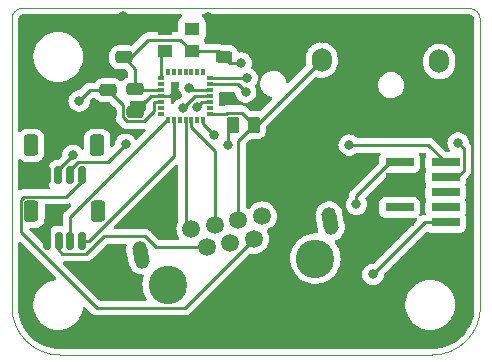
<source format=gbr>
G04 #@! TF.GenerationSoftware,KiCad,Pcbnew,(6.0.0)*
G04 #@! TF.CreationDate,2022-07-24T20:20:56-05:00*
G04 #@! TF.ProjectId,DriveByWireInputSTM32QFN28,44726976-6542-4795-9769-7265496e7075,rev?*
G04 #@! TF.SameCoordinates,Original*
G04 #@! TF.FileFunction,Copper,L1,Top*
G04 #@! TF.FilePolarity,Positive*
%FSLAX46Y46*%
G04 Gerber Fmt 4.6, Leading zero omitted, Abs format (unit mm)*
G04 Created by KiCad (PCBNEW (6.0.0)) date 2022-07-24 20:20:56*
%MOMM*%
%LPD*%
G01*
G04 APERTURE LIST*
G04 Aperture macros list*
%AMRoundRect*
0 Rectangle with rounded corners*
0 $1 Rounding radius*
0 $2 $3 $4 $5 $6 $7 $8 $9 X,Y pos of 4 corners*
0 Add a 4 corners polygon primitive as box body*
4,1,4,$2,$3,$4,$5,$6,$7,$8,$9,$2,$3,0*
0 Add four circle primitives for the rounded corners*
1,1,$1+$1,$2,$3*
1,1,$1+$1,$4,$5*
1,1,$1+$1,$6,$7*
1,1,$1+$1,$8,$9*
0 Add four rect primitives between the rounded corners*
20,1,$1+$1,$2,$3,$4,$5,0*
20,1,$1+$1,$4,$5,$6,$7,0*
20,1,$1+$1,$6,$7,$8,$9,0*
20,1,$1+$1,$8,$9,$2,$3,0*%
%AMHorizOval*
0 Thick line with rounded ends*
0 $1 width*
0 $2 $3 position (X,Y) of the first rounded end (center of the circle)*
0 $4 $5 position (X,Y) of the second rounded end (center of the circle)*
0 Add line between two ends*
20,1,$1,$2,$3,$4,$5,0*
0 Add two circle primitives to create the rounded ends*
1,1,$1,$2,$3*
1,1,$1,$4,$5*%
%AMRotRect*
0 Rectangle, with rotation*
0 The origin of the aperture is its center*
0 $1 length*
0 $2 width*
0 $3 Rotation angle, in degrees counterclockwise*
0 Add horizontal line*
21,1,$1,$2,0,0,$3*%
G04 Aperture macros list end*
G04 #@! TA.AperFunction,Profile*
%ADD10C,0.050000*%
G04 #@! TD*
G04 #@! TA.AperFunction,SMDPad,CuDef*
%ADD11RoundRect,0.250000X-0.475000X0.250000X-0.475000X-0.250000X0.475000X-0.250000X0.475000X0.250000X0*%
G04 #@! TD*
G04 #@! TA.AperFunction,SMDPad,CuDef*
%ADD12RoundRect,0.250000X0.475000X-0.250000X0.475000X0.250000X-0.475000X0.250000X-0.475000X-0.250000X0*%
G04 #@! TD*
G04 #@! TA.AperFunction,SMDPad,CuDef*
%ADD13RoundRect,0.150000X-0.150000X-0.625000X0.150000X-0.625000X0.150000X0.625000X-0.150000X0.625000X0*%
G04 #@! TD*
G04 #@! TA.AperFunction,SMDPad,CuDef*
%ADD14RoundRect,0.249999X-0.350001X-0.650001X0.350001X-0.650001X0.350001X0.650001X-0.350001X0.650001X0*%
G04 #@! TD*
G04 #@! TA.AperFunction,WasherPad*
%ADD15C,3.250000*%
G04 #@! TD*
G04 #@! TA.AperFunction,ComponentPad*
%ADD16RotRect,1.500000X1.500000X10.000000*%
G04 #@! TD*
G04 #@! TA.AperFunction,ComponentPad*
%ADD17C,1.500000*%
G04 #@! TD*
G04 #@! TA.AperFunction,ComponentPad*
%ADD18HorizOval,1.259000X-0.095767X0.543121X0.095767X-0.543121X0*%
G04 #@! TD*
G04 #@! TA.AperFunction,SMDPad,CuDef*
%ADD19RoundRect,0.243750X-0.456250X0.243750X-0.456250X-0.243750X0.456250X-0.243750X0.456250X0.243750X0*%
G04 #@! TD*
G04 #@! TA.AperFunction,SMDPad,CuDef*
%ADD20R,1.300000X1.100000*%
G04 #@! TD*
G04 #@! TA.AperFunction,SMDPad,CuDef*
%ADD21R,0.599948X0.299974*%
G04 #@! TD*
G04 #@! TA.AperFunction,SMDPad,CuDef*
%ADD22R,0.299974X0.599948*%
G04 #@! TD*
G04 #@! TA.AperFunction,ComponentPad*
%ADD23RoundRect,0.250000X-0.600000X-0.750000X0.600000X-0.750000X0.600000X0.750000X-0.600000X0.750000X0*%
G04 #@! TD*
G04 #@! TA.AperFunction,ComponentPad*
%ADD24O,1.700000X2.000000*%
G04 #@! TD*
G04 #@! TA.AperFunction,SMDPad,CuDef*
%ADD25R,2.400000X0.740000*%
G04 #@! TD*
G04 #@! TA.AperFunction,SMDPad,CuDef*
%ADD26RoundRect,0.250000X-0.262500X-0.450000X0.262500X-0.450000X0.262500X0.450000X-0.262500X0.450000X0*%
G04 #@! TD*
G04 #@! TA.AperFunction,ViaPad*
%ADD27C,0.800000*%
G04 #@! TD*
G04 #@! TA.AperFunction,Conductor*
%ADD28C,0.250000*%
G04 #@! TD*
G04 APERTURE END LIST*
D10*
X132588000Y-110680500D02*
G75*
G03*
X136652000Y-114744500I4064000J0D01*
G01*
X172239940Y-86360000D02*
X172250164Y-110667800D01*
X132588000Y-110680500D02*
X132588000Y-86296602D01*
X172239940Y-86360000D02*
G75*
G03*
X171279873Y-85389743I-965162J5095D01*
G01*
X168153080Y-114744500D02*
G75*
G03*
X172250164Y-110667800I22733J4074289D01*
G01*
X171279820Y-85389720D02*
X133489685Y-85389720D01*
X133489685Y-85389720D02*
G75*
G03*
X132588000Y-86296602I0J-901700D01*
G01*
X168153080Y-114744500D02*
X136652000Y-114744500D01*
D11*
X140729740Y-92323220D03*
X140729740Y-94223220D03*
X143023360Y-92244480D03*
X143023360Y-94144480D03*
D12*
X142048000Y-89539460D03*
X142048000Y-87639460D03*
D13*
X135510000Y-99525000D03*
X136510000Y-99525000D03*
X137510000Y-99525000D03*
X138510000Y-99525000D03*
D14*
X139810000Y-97000000D03*
X134210000Y-97000000D03*
D13*
X135535400Y-105087600D03*
X136535400Y-105087600D03*
X137535400Y-105087600D03*
X138535400Y-105087600D03*
D14*
X134235400Y-102562600D03*
X139835400Y-102562600D03*
D15*
X158267765Y-106584015D03*
X145760706Y-108789346D03*
D16*
X155068547Y-104568939D03*
D17*
X153754950Y-102993103D03*
X153069388Y-104921445D03*
X151755790Y-103345608D03*
X151070228Y-105273951D03*
X149756630Y-103698114D03*
X149071068Y-105626457D03*
X147757470Y-104050620D03*
D18*
X143503830Y-106240577D03*
X159516804Y-103417058D03*
D19*
X150526520Y-87626560D03*
X150526520Y-89501560D03*
D20*
X147815720Y-87141620D03*
X145515720Y-87141620D03*
X145515720Y-89041620D03*
X147815720Y-89041620D03*
D21*
X145230620Y-91330120D03*
X145230620Y-91830500D03*
X145230620Y-92330880D03*
X145230620Y-92831260D03*
X145230620Y-93331640D03*
X145230620Y-93832020D03*
X145230620Y-94332400D03*
D22*
X145774180Y-94875960D03*
X146274560Y-94875960D03*
X146774940Y-94875960D03*
X147275320Y-94875960D03*
X147775700Y-94875960D03*
X148276080Y-94875960D03*
X148776460Y-94875960D03*
D21*
X149320020Y-94332400D03*
X149320020Y-93832020D03*
X149320020Y-93331640D03*
X149320020Y-92831260D03*
X149320020Y-92330880D03*
X149320020Y-91830500D03*
X149320020Y-91330120D03*
D22*
X148776460Y-90786560D03*
X148276080Y-90786560D03*
X147775700Y-90786560D03*
X147275320Y-90786560D03*
X146774940Y-90786560D03*
X146274560Y-90786560D03*
X145774180Y-90786560D03*
D23*
X166270000Y-89890000D03*
D24*
X168770000Y-89890000D03*
D25*
X165400000Y-98440000D03*
X169300000Y-98440000D03*
X165400000Y-99710000D03*
X169300000Y-99710000D03*
X165400000Y-100980000D03*
X169300000Y-100980000D03*
X165400000Y-102250000D03*
X169300000Y-102250000D03*
X165400000Y-103520000D03*
X169300000Y-103520000D03*
D26*
X151257500Y-95270000D03*
X153082500Y-95270000D03*
D23*
X156300000Y-89775000D03*
D24*
X158800000Y-89775000D03*
D27*
X154080000Y-86280000D03*
X146520000Y-92760000D03*
X158780000Y-87920000D03*
X140680000Y-108630000D03*
X133930000Y-93850000D03*
X141990000Y-86070000D03*
X162570000Y-87250000D03*
X161430000Y-99100000D03*
X170640000Y-89040000D03*
X140280000Y-87520000D03*
X156960000Y-99040000D03*
X135680000Y-103300000D03*
X164560000Y-105080000D03*
X162480000Y-91940000D03*
X151360000Y-110410000D03*
X145370000Y-101510000D03*
X133990000Y-100060000D03*
X149170000Y-86140000D03*
X158400000Y-110210000D03*
X161750000Y-101980000D03*
X152000000Y-90030000D03*
X150910000Y-96930000D03*
X149700000Y-96100000D03*
X142200000Y-96910000D03*
X147080000Y-93840000D03*
X137738395Y-97838768D03*
X148270000Y-93750000D03*
X147590000Y-92110000D03*
X138270000Y-93230000D03*
X163150000Y-107920000D03*
X161140000Y-96970000D03*
X152370000Y-92470000D03*
X152480000Y-91330000D03*
X170360000Y-96790000D03*
D28*
X146448740Y-92831260D02*
X146520000Y-92760000D01*
X135680000Y-103300000D02*
X135680000Y-104943000D01*
X140729740Y-94223220D02*
X138946780Y-94223220D01*
X144336580Y-92831260D02*
X145230620Y-92831260D01*
X143023360Y-94144480D02*
X144336580Y-92831260D01*
X135510000Y-97660000D02*
X135510000Y-99525000D01*
X134525000Y-99525000D02*
X133990000Y-100060000D01*
X135680000Y-104943000D02*
X135535400Y-105087600D01*
X135510000Y-99525000D02*
X134525000Y-99525000D01*
X138946780Y-94223220D02*
X135510000Y-97660000D01*
X145230620Y-92831260D02*
X146448740Y-92831260D01*
X161750000Y-101260000D02*
X164570000Y-98440000D01*
X150066580Y-89041620D02*
X150526520Y-89501560D01*
X144120000Y-88060000D02*
X146840000Y-88060000D01*
X144762798Y-105626457D02*
X143825651Y-104689310D01*
X146840000Y-88060000D02*
X147815720Y-89035720D01*
X164570000Y-98440000D02*
X165400000Y-98440000D01*
X161750000Y-101980000D02*
X161750000Y-101260000D01*
X147815720Y-89041620D02*
X150066580Y-89041620D01*
X143109760Y-92330880D02*
X143023360Y-92244480D01*
X140379762Y-104689310D02*
X138879072Y-106190000D01*
X142640540Y-89539460D02*
X144120000Y-88060000D01*
X145230620Y-92330880D02*
X143109760Y-92330880D01*
X143825651Y-104689310D02*
X140379762Y-104689310D01*
X143023360Y-92244480D02*
X143023360Y-90514820D01*
X143023360Y-90514820D02*
X142048000Y-89539460D01*
X136535400Y-105875400D02*
X136535400Y-105087600D01*
X151054960Y-90030000D02*
X150526520Y-89501560D01*
X150910000Y-96930000D02*
X150910000Y-95617500D01*
X142048000Y-89539460D02*
X142640540Y-89539460D01*
X136850000Y-106190000D02*
X136535400Y-105875400D01*
X147815720Y-89035720D02*
X147815720Y-89041620D01*
X150910000Y-95617500D02*
X151257500Y-95270000D01*
X138879072Y-106190000D02*
X136850000Y-106190000D01*
X152000000Y-90030000D02*
X151054960Y-90030000D01*
X149071068Y-105626457D02*
X144762798Y-105626457D01*
X147275320Y-103568470D02*
X147757470Y-104050620D01*
X147275320Y-94875960D02*
X147275320Y-103568470D01*
X147775700Y-94875960D02*
X147775700Y-95474563D01*
X149756630Y-97455493D02*
X149756630Y-103698114D01*
X147775700Y-95474563D02*
X149756630Y-97455493D01*
X148776460Y-95176460D02*
X149700000Y-96100000D01*
X148776460Y-94875960D02*
X148776460Y-95176460D01*
X151755790Y-96596710D02*
X153082500Y-95270000D01*
X150670107Y-94332400D02*
X150757027Y-94245480D01*
X153305000Y-95270000D02*
X158800000Y-89775000D01*
X149320020Y-94332400D02*
X150670107Y-94332400D01*
X150757027Y-94245480D02*
X152057980Y-94245480D01*
X151755790Y-103345608D02*
X151755790Y-96596710D01*
X152057980Y-94245480D02*
X153082500Y-95270000D01*
X153082500Y-95270000D02*
X153305000Y-95270000D01*
X133601920Y-101338080D02*
X133310880Y-101629120D01*
X133310880Y-101629120D02*
X133310880Y-104320880D01*
X133310880Y-104320880D02*
X139753867Y-110763867D01*
X137142992Y-101338080D02*
X133601920Y-101338080D01*
X138510000Y-99525000D02*
X138510000Y-99971072D01*
X138510000Y-99971072D02*
X137142992Y-101338080D01*
X139753867Y-110763867D02*
X147226966Y-110763867D01*
X147226966Y-110763867D02*
X153069388Y-104921445D01*
X138163448Y-98425480D02*
X140684520Y-98425480D01*
X148088740Y-92831260D02*
X149320020Y-92831260D01*
X137510000Y-99078928D02*
X138163448Y-98425480D01*
X147080000Y-93840000D02*
X148088740Y-92831260D01*
X140684520Y-98425480D02*
X142200000Y-96910000D01*
X137510000Y-99525000D02*
X137510000Y-99078928D01*
X148688360Y-93331640D02*
X149320020Y-93331640D01*
X136510000Y-99078928D02*
X137738395Y-97850533D01*
X148270000Y-93750000D02*
X148688360Y-93331640D01*
X136510000Y-99525000D02*
X136510000Y-99078928D01*
X137738395Y-97850533D02*
X137738395Y-97838768D01*
X147810880Y-92330880D02*
X147590000Y-92110000D01*
X149320020Y-92330880D02*
X147810880Y-92330880D01*
X137535400Y-105087600D02*
X137535400Y-103050106D01*
X145709546Y-94875960D02*
X145774180Y-94875960D01*
X137535400Y-103050106D02*
X145709546Y-94875960D01*
X139122894Y-105087600D02*
X146274560Y-97935934D01*
X146274560Y-97935934D02*
X146274560Y-94875960D01*
X138535400Y-105087600D02*
X139122894Y-105087600D01*
X144632017Y-93331640D02*
X145230620Y-93331640D01*
X144606135Y-93357522D02*
X144632017Y-93331640D01*
X163150000Y-107920000D02*
X167550000Y-103520000D01*
X141973840Y-94632453D02*
X142310387Y-94969000D01*
X144606135Y-94103865D02*
X144606135Y-93357522D01*
X138270000Y-93230000D02*
X139176780Y-92323220D01*
X139176780Y-92323220D02*
X140729740Y-92323220D01*
X167550000Y-103520000D02*
X169300000Y-103520000D01*
X142310387Y-94969000D02*
X143741000Y-94969000D01*
X140729740Y-92323220D02*
X141973840Y-93567320D01*
X143741000Y-94969000D02*
X144606135Y-94103865D01*
X141973840Y-93567320D02*
X141973840Y-94632453D01*
X151730500Y-91830500D02*
X152370000Y-92470000D01*
X167830000Y-96970000D02*
X169300000Y-98440000D01*
X161140000Y-96970000D02*
X167830000Y-96970000D01*
X149320020Y-91830500D02*
X151730500Y-91830500D01*
X170249022Y-99710000D02*
X169300000Y-99710000D01*
X170824511Y-99134511D02*
X170249022Y-99710000D01*
X149320020Y-91330120D02*
X152479880Y-91330120D01*
X152479880Y-91330120D02*
X152480000Y-91330000D01*
X170360000Y-96790000D02*
X170824511Y-97254511D01*
X170824511Y-97254511D02*
X170824511Y-99134511D01*
X145515720Y-89041620D02*
X145230620Y-89326720D01*
X145230620Y-89326720D02*
X145230620Y-91330120D01*
G04 #@! TA.AperFunction,Conductor*
G36*
X171248766Y-85899324D02*
G01*
X171270894Y-85902889D01*
X171279801Y-85901772D01*
X171288778Y-85901929D01*
X171288774Y-85902137D01*
X171310200Y-85902259D01*
X171354690Y-85908356D01*
X171378998Y-85911687D01*
X171410721Y-85920367D01*
X171490160Y-85953763D01*
X171518556Y-85970357D01*
X171586647Y-86023178D01*
X171609782Y-86046559D01*
X171661877Y-86115200D01*
X171678171Y-86143770D01*
X171710726Y-86223552D01*
X171719072Y-86255369D01*
X171727310Y-86320602D01*
X171728284Y-86338592D01*
X171728222Y-86342160D01*
X171726794Y-86351021D01*
X171727911Y-86359928D01*
X171727911Y-86359929D01*
X171730977Y-86384381D01*
X171731956Y-86400005D01*
X171739418Y-104139696D01*
X171741938Y-110130367D01*
X171742143Y-110618743D01*
X171740654Y-110638106D01*
X171736974Y-110661834D01*
X171738143Y-110670732D01*
X171738143Y-110670734D01*
X171739506Y-110681106D01*
X171740431Y-110703650D01*
X171728743Y-110943534D01*
X171725366Y-111012834D01*
X171724151Y-111025189D01*
X171674422Y-111360463D01*
X171672001Y-111372626D01*
X171589518Y-111701395D01*
X171585917Y-111713237D01*
X171507984Y-111930528D01*
X171471491Y-112032276D01*
X171466730Y-112043740D01*
X171321465Y-112349970D01*
X171315605Y-112360898D01*
X171140903Y-112651362D01*
X171134000Y-112661654D01*
X170931576Y-112933502D01*
X170923681Y-112943081D01*
X170695490Y-113193689D01*
X170686690Y-113202445D01*
X170434949Y-113429381D01*
X170425331Y-113437228D01*
X170152481Y-113638290D01*
X170142137Y-113645153D01*
X169850829Y-113818391D01*
X169839860Y-113824203D01*
X169532903Y-113967941D01*
X169521431Y-113972639D01*
X169201828Y-114085472D01*
X169189935Y-114089022D01*
X169025358Y-114129440D01*
X168860782Y-114169858D01*
X168848596Y-114172221D01*
X168513093Y-114220275D01*
X168500732Y-114221428D01*
X168198838Y-114234629D01*
X168173256Y-114233139D01*
X168171078Y-114232787D01*
X168171070Y-114232787D01*
X168162213Y-114231357D01*
X168153308Y-114232471D01*
X168153304Y-114232471D01*
X168128896Y-114235525D01*
X168113255Y-114236500D01*
X136701328Y-114236500D01*
X136681943Y-114235000D01*
X136667142Y-114232695D01*
X136667139Y-114232695D01*
X136658270Y-114231314D01*
X136638946Y-114233841D01*
X136616430Y-114234753D01*
X136309627Y-114219680D01*
X136297333Y-114218470D01*
X135964375Y-114169079D01*
X135952269Y-114166672D01*
X135625754Y-114084885D01*
X135613924Y-114081296D01*
X135297006Y-113967901D01*
X135285582Y-113963169D01*
X135117571Y-113883706D01*
X134981303Y-113819256D01*
X134970402Y-113813429D01*
X134681698Y-113640386D01*
X134671417Y-113633516D01*
X134401069Y-113433012D01*
X134391511Y-113425168D01*
X134142115Y-113199129D01*
X134133371Y-113190385D01*
X133907332Y-112940989D01*
X133899488Y-112931431D01*
X133698984Y-112661083D01*
X133692114Y-112650802D01*
X133560197Y-112430712D01*
X133519069Y-112362094D01*
X133513242Y-112351193D01*
X133493625Y-112309715D01*
X133369331Y-112046918D01*
X133364599Y-112035494D01*
X133251204Y-111718576D01*
X133247615Y-111706744D01*
X133190604Y-111479142D01*
X133165828Y-111380231D01*
X133163419Y-111368116D01*
X133163195Y-111366600D01*
X133114030Y-111035167D01*
X133112819Y-111022866D01*
X133108511Y-110935159D01*
X133098293Y-110727165D01*
X133099886Y-110700086D01*
X133100264Y-110697840D01*
X133100265Y-110697831D01*
X133101071Y-110693039D01*
X133101224Y-110680500D01*
X133097273Y-110652912D01*
X133096000Y-110635049D01*
X133096000Y-105306094D01*
X133116002Y-105237973D01*
X133169658Y-105191480D01*
X133239932Y-105181376D01*
X133304512Y-105210870D01*
X133311095Y-105216999D01*
X136286418Y-108192322D01*
X136320444Y-108254634D01*
X136315379Y-108325449D01*
X136272832Y-108382285D01*
X136215029Y-108406001D01*
X136213175Y-108406127D01*
X136208978Y-108406996D01*
X136208972Y-108406997D01*
X136011687Y-108447853D01*
X135931658Y-108464426D01*
X135660657Y-108560393D01*
X135405188Y-108692250D01*
X135401687Y-108694711D01*
X135401683Y-108694713D01*
X135367051Y-108719053D01*
X135169977Y-108857559D01*
X135154892Y-108871577D01*
X135000341Y-109015195D01*
X134959378Y-109053260D01*
X134777287Y-109275732D01*
X134627073Y-109520858D01*
X134625347Y-109524791D01*
X134625346Y-109524792D01*
X134513243Y-109780170D01*
X134511517Y-109784102D01*
X134432756Y-110060594D01*
X134392249Y-110345216D01*
X134392227Y-110349505D01*
X134392226Y-110349512D01*
X134390816Y-110618743D01*
X134390743Y-110632703D01*
X134391302Y-110636947D01*
X134391302Y-110636951D01*
X134401744Y-110716265D01*
X134428268Y-110917734D01*
X134504129Y-111195036D01*
X134505813Y-111198984D01*
X134591093Y-111398918D01*
X134616923Y-111459476D01*
X134764561Y-111706161D01*
X134944313Y-111930528D01*
X135152851Y-112128423D01*
X135386317Y-112296186D01*
X135390112Y-112298195D01*
X135390113Y-112298196D01*
X135411869Y-112309715D01*
X135640392Y-112430712D01*
X135910373Y-112529511D01*
X136191264Y-112590755D01*
X136219841Y-112593004D01*
X136414282Y-112608307D01*
X136414291Y-112608307D01*
X136416739Y-112608500D01*
X136572271Y-112608500D01*
X136574407Y-112608354D01*
X136574418Y-112608354D01*
X136782548Y-112594165D01*
X136782554Y-112594164D01*
X136786825Y-112593873D01*
X136791020Y-112593004D01*
X136791022Y-112593004D01*
X136927584Y-112564723D01*
X137068342Y-112535574D01*
X137339343Y-112439607D01*
X137502143Y-112355580D01*
X137591005Y-112309715D01*
X137591006Y-112309715D01*
X137594812Y-112307750D01*
X137598313Y-112305289D01*
X137598317Y-112305287D01*
X137712418Y-112225095D01*
X137830023Y-112142441D01*
X137942277Y-112038128D01*
X138037479Y-111949661D01*
X138037481Y-111949658D01*
X138040622Y-111946740D01*
X138222713Y-111724268D01*
X138372927Y-111479142D01*
X138408797Y-111397429D01*
X138486757Y-111219830D01*
X138488483Y-111215898D01*
X138567244Y-110939406D01*
X138589804Y-110780888D01*
X138619205Y-110716265D01*
X138678876Y-110677796D01*
X138749872Y-110677694D01*
X138803642Y-110709546D01*
X139250210Y-111156114D01*
X139257754Y-111164404D01*
X139261867Y-111170885D01*
X139267644Y-111176310D01*
X139311534Y-111217525D01*
X139314376Y-111220280D01*
X139334098Y-111240002D01*
X139337222Y-111242425D01*
X139337226Y-111242429D01*
X139337291Y-111242479D01*
X139346312Y-111250184D01*
X139378546Y-111280453D01*
X139385494Y-111284272D01*
X139385496Y-111284274D01*
X139396299Y-111290213D01*
X139412826Y-111301069D01*
X139422565Y-111308624D01*
X139422567Y-111308625D01*
X139428827Y-111313481D01*
X139469407Y-111331041D01*
X139480055Y-111336258D01*
X139504843Y-111349885D01*
X139518807Y-111357562D01*
X139526483Y-111359533D01*
X139526486Y-111359534D01*
X139538429Y-111362600D01*
X139557133Y-111369004D01*
X139565529Y-111372637D01*
X139575722Y-111377048D01*
X139583545Y-111378287D01*
X139583555Y-111378290D01*
X139619391Y-111383966D01*
X139631011Y-111386372D01*
X139662826Y-111394540D01*
X139673837Y-111397367D01*
X139694091Y-111397367D01*
X139713801Y-111398918D01*
X139733810Y-111402087D01*
X139741702Y-111401341D01*
X139760447Y-111399569D01*
X139777829Y-111397926D01*
X139789686Y-111397367D01*
X147148199Y-111397367D01*
X147159382Y-111397894D01*
X147166875Y-111399569D01*
X147174801Y-111399320D01*
X147174802Y-111399320D01*
X147234952Y-111397429D01*
X147238911Y-111397367D01*
X147266822Y-111397367D01*
X147270757Y-111396870D01*
X147270822Y-111396862D01*
X147282659Y-111395929D01*
X147314917Y-111394915D01*
X147318936Y-111394789D01*
X147326855Y-111394540D01*
X147346309Y-111388888D01*
X147365666Y-111384880D01*
X147377896Y-111383335D01*
X147377897Y-111383335D01*
X147385763Y-111382341D01*
X147393134Y-111379422D01*
X147393136Y-111379422D01*
X147426878Y-111366063D01*
X147438108Y-111362218D01*
X147472949Y-111352096D01*
X147472950Y-111352096D01*
X147480559Y-111349885D01*
X147487378Y-111345852D01*
X147487383Y-111345850D01*
X147497994Y-111339574D01*
X147515742Y-111330879D01*
X147534583Y-111323419D01*
X147570353Y-111297431D01*
X147580273Y-111290915D01*
X147611501Y-111272447D01*
X147611504Y-111272445D01*
X147618328Y-111268409D01*
X147632649Y-111254088D01*
X147647683Y-111241247D01*
X147649397Y-111240002D01*
X147664073Y-111229339D01*
X147692264Y-111195262D01*
X147700254Y-111186483D01*
X148254034Y-110632703D01*
X165890743Y-110632703D01*
X165891302Y-110636947D01*
X165891302Y-110636951D01*
X165901744Y-110716265D01*
X165928268Y-110917734D01*
X166004129Y-111195036D01*
X166005813Y-111198984D01*
X166091093Y-111398918D01*
X166116923Y-111459476D01*
X166264561Y-111706161D01*
X166444313Y-111930528D01*
X166652851Y-112128423D01*
X166886317Y-112296186D01*
X166890112Y-112298195D01*
X166890113Y-112298196D01*
X166911869Y-112309715D01*
X167140392Y-112430712D01*
X167410373Y-112529511D01*
X167691264Y-112590755D01*
X167719841Y-112593004D01*
X167914282Y-112608307D01*
X167914291Y-112608307D01*
X167916739Y-112608500D01*
X168072271Y-112608500D01*
X168074407Y-112608354D01*
X168074418Y-112608354D01*
X168282548Y-112594165D01*
X168282554Y-112594164D01*
X168286825Y-112593873D01*
X168291020Y-112593004D01*
X168291022Y-112593004D01*
X168427584Y-112564723D01*
X168568342Y-112535574D01*
X168839343Y-112439607D01*
X169002143Y-112355580D01*
X169091005Y-112309715D01*
X169091006Y-112309715D01*
X169094812Y-112307750D01*
X169098313Y-112305289D01*
X169098317Y-112305287D01*
X169212418Y-112225095D01*
X169330023Y-112142441D01*
X169442277Y-112038128D01*
X169537479Y-111949661D01*
X169537481Y-111949658D01*
X169540622Y-111946740D01*
X169722713Y-111724268D01*
X169872927Y-111479142D01*
X169908797Y-111397429D01*
X169986757Y-111219830D01*
X169988483Y-111215898D01*
X170067244Y-110939406D01*
X170104476Y-110677796D01*
X170107146Y-110659036D01*
X170107146Y-110659034D01*
X170107751Y-110654784D01*
X170107808Y-110644023D01*
X170109235Y-110371583D01*
X170109235Y-110371576D01*
X170109257Y-110367297D01*
X170071732Y-110082266D01*
X169995871Y-109804964D01*
X169917776Y-109621873D01*
X169884763Y-109544476D01*
X169884761Y-109544472D01*
X169883077Y-109540524D01*
X169735439Y-109293839D01*
X169555687Y-109069472D01*
X169383558Y-108906128D01*
X169350258Y-108874527D01*
X169350255Y-108874525D01*
X169347149Y-108871577D01*
X169113683Y-108703814D01*
X169091843Y-108692250D01*
X169049404Y-108669780D01*
X168859608Y-108569288D01*
X168673338Y-108501123D01*
X168593658Y-108471964D01*
X168593656Y-108471963D01*
X168589627Y-108470489D01*
X168308736Y-108409245D01*
X168270706Y-108406252D01*
X168085718Y-108391693D01*
X168085709Y-108391693D01*
X168083261Y-108391500D01*
X167927729Y-108391500D01*
X167925593Y-108391646D01*
X167925582Y-108391646D01*
X167717452Y-108405835D01*
X167717446Y-108405836D01*
X167713175Y-108406127D01*
X167708980Y-108406996D01*
X167708978Y-108406996D01*
X167572417Y-108435276D01*
X167431658Y-108464426D01*
X167160657Y-108560393D01*
X166905188Y-108692250D01*
X166901687Y-108694711D01*
X166901683Y-108694713D01*
X166867051Y-108719053D01*
X166669977Y-108857559D01*
X166654892Y-108871577D01*
X166500341Y-109015195D01*
X166459378Y-109053260D01*
X166277287Y-109275732D01*
X166127073Y-109520858D01*
X166125347Y-109524791D01*
X166125346Y-109524792D01*
X166013243Y-109780170D01*
X166011517Y-109784102D01*
X165932756Y-110060594D01*
X165892249Y-110345216D01*
X165892227Y-110349505D01*
X165892226Y-110349512D01*
X165890816Y-110618743D01*
X165890743Y-110632703D01*
X148254034Y-110632703D01*
X152325116Y-106561621D01*
X156129397Y-106561621D01*
X156146143Y-106852038D01*
X156146968Y-106856243D01*
X156146969Y-106856251D01*
X156176863Y-107008621D01*
X156202147Y-107137496D01*
X156203534Y-107141547D01*
X156203535Y-107141551D01*
X156294985Y-107408656D01*
X156294989Y-107408665D01*
X156296374Y-107412711D01*
X156427081Y-107672592D01*
X156509465Y-107792461D01*
X156586174Y-107904074D01*
X156591848Y-107912330D01*
X156594735Y-107915503D01*
X156594736Y-107915504D01*
X156598414Y-107919546D01*
X156787627Y-108127488D01*
X156790916Y-108130238D01*
X157007503Y-108311334D01*
X157007508Y-108311338D01*
X157010795Y-108314086D01*
X157075823Y-108354878D01*
X157253582Y-108466386D01*
X157253586Y-108466388D01*
X157257222Y-108468669D01*
X157261132Y-108470434D01*
X157261133Y-108470435D01*
X157266291Y-108472764D01*
X157522349Y-108588378D01*
X157526468Y-108589598D01*
X157797156Y-108669780D01*
X157797161Y-108669781D01*
X157801269Y-108670998D01*
X157805503Y-108671646D01*
X157805508Y-108671647D01*
X158032104Y-108706321D01*
X158088821Y-108715000D01*
X158236941Y-108717327D01*
X158375394Y-108719502D01*
X158375400Y-108719502D01*
X158379685Y-108719569D01*
X158668477Y-108684622D01*
X158949855Y-108610804D01*
X159218611Y-108499481D01*
X159403398Y-108391500D01*
X159466069Y-108354878D01*
X159466070Y-108354877D01*
X159469772Y-108352714D01*
X159698691Y-108173219D01*
X159740343Y-108130238D01*
X159898148Y-107967395D01*
X159901131Y-107964317D01*
X160073348Y-107729873D01*
X160096400Y-107687417D01*
X160210103Y-107478001D01*
X160210104Y-107477999D01*
X160212153Y-107474225D01*
X160314978Y-107202105D01*
X160366699Y-106976283D01*
X160378965Y-106922728D01*
X160378966Y-106922723D01*
X160379922Y-106918548D01*
X160405781Y-106628800D01*
X160405951Y-106612616D01*
X160406224Y-106586500D01*
X160406224Y-106586499D01*
X160406250Y-106584015D01*
X160396595Y-106442392D01*
X160386756Y-106298066D01*
X160386755Y-106298060D01*
X160386464Y-106293789D01*
X160327474Y-106008934D01*
X160230370Y-105734720D01*
X160096949Y-105476222D01*
X160083530Y-105457128D01*
X160015066Y-105359715D01*
X159929680Y-105238223D01*
X159926761Y-105235082D01*
X159926460Y-105234710D01*
X159899132Y-105169184D01*
X159911569Y-105099285D01*
X159959821Y-105047206D01*
X159981799Y-105036824D01*
X160064329Y-105007192D01*
X160095571Y-104995975D01*
X160223370Y-104921445D01*
X160271251Y-104893522D01*
X160271254Y-104893520D01*
X160276242Y-104890611D01*
X160280612Y-104886846D01*
X160280617Y-104886842D01*
X160430316Y-104757852D01*
X160434687Y-104754086D01*
X160438298Y-104749587D01*
X160561987Y-104595474D01*
X160561990Y-104595470D01*
X160565598Y-104590974D01*
X160641241Y-104450196D01*
X160661855Y-104411831D01*
X160661856Y-104411829D01*
X160664593Y-104406735D01*
X160669392Y-104391745D01*
X160726595Y-104213040D01*
X160728355Y-104207542D01*
X160747318Y-104058475D01*
X160754021Y-104005788D01*
X160754021Y-104005786D01*
X160754749Y-104000064D01*
X160754318Y-103992460D01*
X160745700Y-103840715D01*
X160745054Y-103829331D01*
X160741124Y-103807038D01*
X160635320Y-103206997D01*
X160532536Y-102624078D01*
X160504666Y-102521852D01*
X160493056Y-102479268D01*
X160493055Y-102479265D01*
X160491536Y-102473694D01*
X160489029Y-102468497D01*
X160489027Y-102468491D01*
X160403182Y-102290516D01*
X160400672Y-102285312D01*
X160276999Y-102116645D01*
X160263683Y-102104118D01*
X160162934Y-102009343D01*
X160124661Y-101973339D01*
X160117919Y-101969002D01*
X160067281Y-101936431D01*
X159948757Y-101860194D01*
X159943409Y-101858006D01*
X159943407Y-101858005D01*
X159760527Y-101783187D01*
X159760526Y-101783187D01*
X159755181Y-101781000D01*
X159749530Y-101779825D01*
X159749528Y-101779824D01*
X159556065Y-101739584D01*
X159556061Y-101739584D01*
X159550414Y-101738409D01*
X159544642Y-101738283D01*
X159445864Y-101736128D01*
X159341314Y-101733846D01*
X159134884Y-101767465D01*
X158938037Y-101838141D01*
X158933042Y-101841054D01*
X158762357Y-101940594D01*
X158762354Y-101940596D01*
X158757366Y-101943505D01*
X158752996Y-101947270D01*
X158752991Y-101947274D01*
X158645957Y-102039501D01*
X158598921Y-102080030D01*
X158595311Y-102084528D01*
X158595310Y-102084529D01*
X158471621Y-102238642D01*
X158471618Y-102238646D01*
X158468010Y-102243142D01*
X158369015Y-102427381D01*
X158367253Y-102432886D01*
X158367252Y-102432888D01*
X158328342Y-102554443D01*
X158305253Y-102626574D01*
X158294137Y-102713955D01*
X158280866Y-102818278D01*
X158278859Y-102834051D01*
X158279186Y-102839812D01*
X158279186Y-102839816D01*
X158282856Y-102904444D01*
X158288553Y-103004785D01*
X158289195Y-103008427D01*
X158289196Y-103008434D01*
X158334647Y-103266199D01*
X158501072Y-104210038D01*
X158501927Y-104213175D01*
X158523421Y-104292012D01*
X158522041Y-104362995D01*
X158482504Y-104421964D01*
X158417363Y-104450196D01*
X158401204Y-104451152D01*
X158277116Y-104450502D01*
X158137774Y-104449772D01*
X158137768Y-104449772D01*
X158133488Y-104449750D01*
X158129244Y-104450309D01*
X158129240Y-104450309D01*
X158002221Y-104467032D01*
X157845078Y-104487720D01*
X157564489Y-104564480D01*
X157560541Y-104566164D01*
X157300865Y-104676925D01*
X157300861Y-104676927D01*
X157296913Y-104678611D01*
X157047303Y-104828000D01*
X157043952Y-104830684D01*
X157043950Y-104830686D01*
X156973856Y-104886842D01*
X156820276Y-105009882D01*
X156620034Y-105220893D01*
X156450282Y-105457128D01*
X156448278Y-105460913D01*
X156347185Y-105651846D01*
X156314162Y-105714215D01*
X156312690Y-105718238D01*
X156312688Y-105718242D01*
X156250128Y-105889194D01*
X156214191Y-105987397D01*
X156152221Y-106271619D01*
X156129397Y-106561621D01*
X152325116Y-106561621D01*
X152696964Y-106189773D01*
X152759276Y-106155747D01*
X152818669Y-106157161D01*
X152844700Y-106164136D01*
X152844707Y-106164137D01*
X152850017Y-106165560D01*
X153069388Y-106184752D01*
X153288759Y-106165560D01*
X153501464Y-106108565D01*
X153701042Y-106015501D01*
X153881426Y-105889194D01*
X154037137Y-105733483D01*
X154053281Y-105710428D01*
X154160287Y-105557607D01*
X154160288Y-105557605D01*
X154163444Y-105553098D01*
X154165767Y-105548116D01*
X154165770Y-105548111D01*
X154212973Y-105446883D01*
X154256508Y-105353521D01*
X154313503Y-105140816D01*
X154332695Y-104921445D01*
X154313503Y-104702074D01*
X154256508Y-104489369D01*
X154254185Y-104484387D01*
X154254182Y-104484379D01*
X154178939Y-104323019D01*
X154168278Y-104252828D01*
X154197258Y-104188015D01*
X154239885Y-104155575D01*
X154381613Y-104089487D01*
X154381619Y-104089483D01*
X154386604Y-104087159D01*
X154510988Y-104000064D01*
X154562477Y-103964011D01*
X154562479Y-103964009D01*
X154566988Y-103960852D01*
X154722699Y-103805141D01*
X154762697Y-103748019D01*
X154845849Y-103629265D01*
X154845850Y-103629263D01*
X154849006Y-103624756D01*
X154851329Y-103619774D01*
X154851332Y-103619769D01*
X154898535Y-103518541D01*
X154942070Y-103425179D01*
X154999065Y-103212474D01*
X155018257Y-102993103D01*
X154999065Y-102773732D01*
X154942070Y-102561027D01*
X154898535Y-102467665D01*
X154851332Y-102366437D01*
X154851329Y-102366432D01*
X154849006Y-102361450D01*
X154842078Y-102351556D01*
X154725858Y-102185576D01*
X154725856Y-102185573D01*
X154722699Y-102181065D01*
X154566988Y-102025354D01*
X154386604Y-101899047D01*
X154187026Y-101805983D01*
X153974321Y-101748988D01*
X153754950Y-101729796D01*
X153535579Y-101748988D01*
X153322874Y-101805983D01*
X153267368Y-101831866D01*
X153128284Y-101896721D01*
X153128279Y-101896724D01*
X153123297Y-101899047D01*
X153118790Y-101902203D01*
X153118788Y-101902204D01*
X152947423Y-102022195D01*
X152947420Y-102022197D01*
X152942912Y-102025354D01*
X152787201Y-102181065D01*
X152784044Y-102185573D01*
X152784042Y-102185576D01*
X152694837Y-102312974D01*
X152639380Y-102357302D01*
X152568760Y-102364611D01*
X152519354Y-102343917D01*
X152514940Y-102340826D01*
X152443019Y-102290466D01*
X152398691Y-102235011D01*
X152389290Y-102187254D01*
X152389290Y-96970000D01*
X160226496Y-96970000D01*
X160227186Y-96976565D01*
X160245100Y-97147003D01*
X160246458Y-97159928D01*
X160305473Y-97341556D01*
X160400960Y-97506944D01*
X160405378Y-97511851D01*
X160405379Y-97511852D01*
X160505909Y-97623502D01*
X160528747Y-97648866D01*
X160572966Y-97680993D01*
X160660252Y-97744410D01*
X160683248Y-97761118D01*
X160689276Y-97763802D01*
X160689278Y-97763803D01*
X160841785Y-97831703D01*
X160857712Y-97838794D01*
X160950430Y-97858502D01*
X161038056Y-97877128D01*
X161038061Y-97877128D01*
X161044513Y-97878500D01*
X161235487Y-97878500D01*
X161241939Y-97877128D01*
X161241944Y-97877128D01*
X161329570Y-97858502D01*
X161422288Y-97838794D01*
X161438215Y-97831703D01*
X161590722Y-97763803D01*
X161590724Y-97763802D01*
X161596752Y-97761118D01*
X161619749Y-97744410D01*
X161742256Y-97655403D01*
X161751253Y-97648866D01*
X161755668Y-97643963D01*
X161760580Y-97639540D01*
X161761705Y-97640789D01*
X161815014Y-97607949D01*
X161848200Y-97603500D01*
X163662222Y-97603500D01*
X163730343Y-97623502D01*
X163776836Y-97677158D01*
X163786940Y-97747432D01*
X163763047Y-97805066D01*
X163749385Y-97823295D01*
X163698255Y-97959684D01*
X163691500Y-98021866D01*
X163691500Y-98370405D01*
X163671498Y-98438526D01*
X163654595Y-98459500D01*
X161357747Y-100756348D01*
X161349461Y-100763888D01*
X161342982Y-100768000D01*
X161337557Y-100773777D01*
X161296357Y-100817651D01*
X161293602Y-100820493D01*
X161273865Y-100840230D01*
X161271385Y-100843427D01*
X161263682Y-100852447D01*
X161233414Y-100884679D01*
X161229595Y-100891625D01*
X161229593Y-100891628D01*
X161223652Y-100902434D01*
X161212801Y-100918953D01*
X161200386Y-100934959D01*
X161197241Y-100942228D01*
X161197238Y-100942232D01*
X161182826Y-100975537D01*
X161177609Y-100986187D01*
X161156305Y-101024940D01*
X161154334Y-101032615D01*
X161154334Y-101032616D01*
X161151267Y-101044562D01*
X161144863Y-101063266D01*
X161136819Y-101081855D01*
X161135580Y-101089678D01*
X161135577Y-101089688D01*
X161129901Y-101125524D01*
X161127495Y-101137144D01*
X161116500Y-101179970D01*
X161116500Y-101200224D01*
X161114949Y-101219934D01*
X161111780Y-101239943D01*
X161112526Y-101247833D01*
X161114372Y-101267360D01*
X161100870Y-101337061D01*
X161082572Y-101363523D01*
X161010960Y-101443056D01*
X160972205Y-101510182D01*
X160922251Y-101596705D01*
X160915473Y-101608444D01*
X160856458Y-101790072D01*
X160855768Y-101796633D01*
X160855768Y-101796635D01*
X160842371Y-101924098D01*
X160836496Y-101980000D01*
X160837186Y-101986565D01*
X160854952Y-102155595D01*
X160856458Y-102169928D01*
X160915473Y-102351556D01*
X160918776Y-102357278D01*
X160918777Y-102357279D01*
X160926520Y-102370690D01*
X161010960Y-102516944D01*
X161015378Y-102521851D01*
X161015379Y-102521852D01*
X161124437Y-102642973D01*
X161138747Y-102658866D01*
X161293248Y-102771118D01*
X161299276Y-102773802D01*
X161299278Y-102773803D01*
X161435984Y-102834668D01*
X161467712Y-102848794D01*
X161542478Y-102864686D01*
X161648056Y-102887128D01*
X161648061Y-102887128D01*
X161654513Y-102888500D01*
X161845487Y-102888500D01*
X161851939Y-102887128D01*
X161851944Y-102887128D01*
X161957522Y-102864686D01*
X162032288Y-102848794D01*
X162064016Y-102834668D01*
X162200722Y-102773803D01*
X162200724Y-102773802D01*
X162206752Y-102771118D01*
X162361253Y-102658866D01*
X162375563Y-102642973D01*
X162484621Y-102521852D01*
X162484622Y-102521851D01*
X162489040Y-102516944D01*
X162573480Y-102370690D01*
X162581223Y-102357279D01*
X162581224Y-102357278D01*
X162584527Y-102351556D01*
X162643542Y-102169928D01*
X162645049Y-102155595D01*
X162662814Y-101986565D01*
X162663504Y-101980000D01*
X162657629Y-101924098D01*
X162644232Y-101796635D01*
X162644232Y-101796633D01*
X162643542Y-101790072D01*
X162584527Y-101608444D01*
X162527793Y-101510178D01*
X162511056Y-101441186D01*
X162534276Y-101374094D01*
X162547818Y-101358086D01*
X164550499Y-99355405D01*
X164612811Y-99321379D01*
X164639594Y-99318500D01*
X166648134Y-99318500D01*
X166710316Y-99311745D01*
X166846705Y-99260615D01*
X166963261Y-99173261D01*
X167050615Y-99056705D01*
X167101745Y-98920316D01*
X167108500Y-98858134D01*
X167108500Y-98021866D01*
X167101745Y-97959684D01*
X167050615Y-97823295D01*
X167036953Y-97805066D01*
X167012104Y-97738560D01*
X167027156Y-97669178D01*
X167077330Y-97618947D01*
X167137778Y-97603500D01*
X167515406Y-97603500D01*
X167583527Y-97623502D01*
X167604501Y-97640405D01*
X167632374Y-97668278D01*
X167666400Y-97730590D01*
X167661335Y-97801405D01*
X167654357Y-97816661D01*
X167649385Y-97823295D01*
X167598255Y-97959684D01*
X167591500Y-98021866D01*
X167591500Y-98858134D01*
X167598255Y-98920316D01*
X167601027Y-98927712D01*
X167601029Y-98927718D01*
X167639662Y-99030771D01*
X167644845Y-99101578D01*
X167639662Y-99119229D01*
X167601029Y-99222282D01*
X167601027Y-99222288D01*
X167598255Y-99229684D01*
X167591500Y-99291866D01*
X167591500Y-100128134D01*
X167598255Y-100190316D01*
X167601027Y-100197712D01*
X167601029Y-100197718D01*
X167639662Y-100300771D01*
X167644845Y-100371578D01*
X167639662Y-100389229D01*
X167601029Y-100492282D01*
X167601027Y-100492288D01*
X167598255Y-100499684D01*
X167591500Y-100561866D01*
X167591500Y-101398134D01*
X167598255Y-101460316D01*
X167601027Y-101467712D01*
X167601029Y-101467718D01*
X167639662Y-101570771D01*
X167644845Y-101641578D01*
X167639662Y-101659229D01*
X167601029Y-101762282D01*
X167601027Y-101762288D01*
X167598255Y-101769684D01*
X167591500Y-101831866D01*
X167591500Y-102668134D01*
X167591869Y-102671531D01*
X167597401Y-102722459D01*
X167597402Y-102722463D01*
X167598255Y-102730316D01*
X167599894Y-102734689D01*
X167596269Y-102804156D01*
X167554825Y-102861801D01*
X167488795Y-102887889D01*
X167481346Y-102888344D01*
X167469945Y-102888703D01*
X167450111Y-102889326D01*
X167442495Y-102891539D01*
X167442493Y-102891539D01*
X167430652Y-102894979D01*
X167411293Y-102898988D01*
X167409983Y-102899154D01*
X167391203Y-102901526D01*
X167383837Y-102904442D01*
X167383831Y-102904444D01*
X167350098Y-102917800D01*
X167338868Y-102921645D01*
X167304017Y-102931770D01*
X167296407Y-102933981D01*
X167289584Y-102938016D01*
X167278966Y-102944295D01*
X167261213Y-102952992D01*
X167242382Y-102960448D01*
X167241387Y-102957936D01*
X167184791Y-102970416D01*
X167118200Y-102945794D01*
X167075493Y-102889079D01*
X167070227Y-102818278D01*
X167075441Y-102800483D01*
X167098971Y-102737718D01*
X167098973Y-102737712D01*
X167101745Y-102730316D01*
X167108500Y-102668134D01*
X167108500Y-101831866D01*
X167101745Y-101769684D01*
X167050615Y-101633295D01*
X166963261Y-101516739D01*
X166846705Y-101429385D01*
X166710316Y-101378255D01*
X166648134Y-101371500D01*
X164151866Y-101371500D01*
X164089684Y-101378255D01*
X163953295Y-101429385D01*
X163836739Y-101516739D01*
X163749385Y-101633295D01*
X163698255Y-101769684D01*
X163691500Y-101831866D01*
X163691500Y-102668134D01*
X163698255Y-102730316D01*
X163749385Y-102866705D01*
X163836739Y-102983261D01*
X163953295Y-103070615D01*
X164089684Y-103121745D01*
X164151866Y-103128500D01*
X166648134Y-103128500D01*
X166710316Y-103121745D01*
X166717716Y-103118971D01*
X166725400Y-103117144D01*
X166726033Y-103119805D01*
X166783744Y-103115585D01*
X166846110Y-103149510D01*
X166880235Y-103211767D01*
X166875284Y-103282591D01*
X166846253Y-103327843D01*
X165004911Y-105169184D01*
X163199500Y-106974595D01*
X163137188Y-107008621D01*
X163110405Y-107011500D01*
X163054513Y-107011500D01*
X163048061Y-107012872D01*
X163048056Y-107012872D01*
X162964072Y-107030724D01*
X162867712Y-107051206D01*
X162861682Y-107053891D01*
X162861681Y-107053891D01*
X162699278Y-107126197D01*
X162699276Y-107126198D01*
X162693248Y-107128882D01*
X162687907Y-107132762D01*
X162687906Y-107132763D01*
X162637843Y-107169136D01*
X162538747Y-107241134D01*
X162410960Y-107383056D01*
X162374008Y-107447059D01*
X162319777Y-107540990D01*
X162315473Y-107548444D01*
X162256458Y-107730072D01*
X162236496Y-107920000D01*
X162237186Y-107926565D01*
X162254569Y-108091951D01*
X162256458Y-108109928D01*
X162315473Y-108291556D01*
X162410960Y-108456944D01*
X162415378Y-108461851D01*
X162415379Y-108461852D01*
X162530402Y-108589598D01*
X162538747Y-108598866D01*
X162636351Y-108669780D01*
X162686646Y-108706321D01*
X162693248Y-108711118D01*
X162699276Y-108713802D01*
X162699278Y-108713803D01*
X162861681Y-108786109D01*
X162867712Y-108788794D01*
X162961112Y-108808647D01*
X163048056Y-108827128D01*
X163048061Y-108827128D01*
X163054513Y-108828500D01*
X163245487Y-108828500D01*
X163251939Y-108827128D01*
X163251944Y-108827128D01*
X163338888Y-108808647D01*
X163432288Y-108788794D01*
X163438319Y-108786109D01*
X163600722Y-108713803D01*
X163600724Y-108713802D01*
X163606752Y-108711118D01*
X163613355Y-108706321D01*
X163663649Y-108669780D01*
X163761253Y-108598866D01*
X163769598Y-108589598D01*
X163884621Y-108461852D01*
X163884622Y-108461851D01*
X163889040Y-108456944D01*
X163984527Y-108291556D01*
X164043542Y-108109928D01*
X164045432Y-108091951D01*
X164055220Y-107998820D01*
X164060907Y-107944706D01*
X164087920Y-107879050D01*
X164097122Y-107868782D01*
X167645721Y-104320183D01*
X167708033Y-104286157D01*
X167778848Y-104291222D01*
X167810380Y-104308452D01*
X167853295Y-104340615D01*
X167989684Y-104391745D01*
X168051866Y-104398500D01*
X170548134Y-104398500D01*
X170610316Y-104391745D01*
X170746705Y-104340615D01*
X170863261Y-104253261D01*
X170950615Y-104136705D01*
X171001745Y-104000316D01*
X171008500Y-103938134D01*
X171008500Y-103101866D01*
X171001745Y-103039684D01*
X170998973Y-103032288D01*
X170998971Y-103032282D01*
X170960338Y-102929229D01*
X170955155Y-102858422D01*
X170960338Y-102840771D01*
X170998971Y-102737718D01*
X170998973Y-102737712D01*
X171001745Y-102730316D01*
X171008500Y-102668134D01*
X171008500Y-101831866D01*
X171001745Y-101769684D01*
X170998973Y-101762288D01*
X170998971Y-101762282D01*
X170960338Y-101659229D01*
X170955155Y-101588422D01*
X170960338Y-101570771D01*
X170998971Y-101467718D01*
X170998973Y-101467712D01*
X171001745Y-101460316D01*
X171008500Y-101398134D01*
X171008500Y-100561866D01*
X171001745Y-100499684D01*
X170998973Y-100492288D01*
X170998971Y-100492282D01*
X170960338Y-100389229D01*
X170955155Y-100318422D01*
X170960338Y-100300771D01*
X170998971Y-100197718D01*
X170998973Y-100197712D01*
X171001745Y-100190316D01*
X171008500Y-100128134D01*
X171008500Y-99898616D01*
X171028502Y-99830495D01*
X171045405Y-99809521D01*
X171216758Y-99638168D01*
X171225048Y-99630624D01*
X171231529Y-99626511D01*
X171278170Y-99576843D01*
X171280924Y-99574002D01*
X171300645Y-99554281D01*
X171303123Y-99551086D01*
X171310829Y-99542064D01*
X171335669Y-99515612D01*
X171341097Y-99509832D01*
X171350857Y-99492079D01*
X171361710Y-99475556D01*
X171369264Y-99465817D01*
X171374124Y-99459552D01*
X171391687Y-99418968D01*
X171396894Y-99408338D01*
X171418206Y-99369571D01*
X171420177Y-99361894D01*
X171420179Y-99361889D01*
X171423243Y-99349953D01*
X171429649Y-99331241D01*
X171434545Y-99319928D01*
X171437692Y-99312656D01*
X171444608Y-99268992D01*
X171447015Y-99257371D01*
X171456039Y-99222222D01*
X171456039Y-99222221D01*
X171458011Y-99214541D01*
X171458011Y-99194280D01*
X171459562Y-99174569D01*
X171460907Y-99166081D01*
X171462730Y-99154568D01*
X171458570Y-99110557D01*
X171458011Y-99098700D01*
X171458011Y-97333279D01*
X171458538Y-97322096D01*
X171460213Y-97314603D01*
X171458073Y-97246512D01*
X171458011Y-97242555D01*
X171458011Y-97214655D01*
X171457507Y-97210664D01*
X171456574Y-97198822D01*
X171455434Y-97162547D01*
X171455185Y-97154622D01*
X171452973Y-97147008D01*
X171452972Y-97147003D01*
X171449534Y-97135170D01*
X171445523Y-97115806D01*
X171443978Y-97103575D01*
X171442985Y-97095714D01*
X171440068Y-97088347D01*
X171440067Y-97088342D01*
X171426709Y-97054603D01*
X171422865Y-97043376D01*
X171412741Y-97008533D01*
X171410529Y-97000918D01*
X171400218Y-96983483D01*
X171391523Y-96965735D01*
X171384063Y-96946894D01*
X171372981Y-96931640D01*
X171358075Y-96911124D01*
X171351559Y-96901204D01*
X171333091Y-96869976D01*
X171333089Y-96869973D01*
X171329053Y-96863149D01*
X171314732Y-96848828D01*
X171301893Y-96833797D01*
X171293930Y-96822837D01*
X171270555Y-96761945D01*
X171268213Y-96739656D01*
X171253542Y-96600072D01*
X171194527Y-96418444D01*
X171188321Y-96407694D01*
X171148355Y-96338472D01*
X171099040Y-96253056D01*
X171079302Y-96231134D01*
X170975675Y-96116045D01*
X170975674Y-96116044D01*
X170971253Y-96111134D01*
X170865374Y-96034208D01*
X170822094Y-96002763D01*
X170822093Y-96002762D01*
X170816752Y-95998882D01*
X170810724Y-95996198D01*
X170810722Y-95996197D01*
X170648319Y-95923891D01*
X170648318Y-95923891D01*
X170642288Y-95921206D01*
X170548887Y-95901353D01*
X170461944Y-95882872D01*
X170461939Y-95882872D01*
X170455487Y-95881500D01*
X170264513Y-95881500D01*
X170258061Y-95882872D01*
X170258056Y-95882872D01*
X170171113Y-95901353D01*
X170077712Y-95921206D01*
X170071682Y-95923891D01*
X170071681Y-95923891D01*
X169909278Y-95996197D01*
X169909276Y-95996198D01*
X169903248Y-95998882D01*
X169897907Y-96002762D01*
X169897906Y-96002763D01*
X169854626Y-96034208D01*
X169748747Y-96111134D01*
X169744326Y-96116044D01*
X169744325Y-96116045D01*
X169640699Y-96231134D01*
X169620960Y-96253056D01*
X169571645Y-96338472D01*
X169531680Y-96407694D01*
X169525473Y-96418444D01*
X169466458Y-96600072D01*
X169446496Y-96790000D01*
X169447186Y-96796565D01*
X169465415Y-96970000D01*
X169466458Y-96979928D01*
X169525473Y-97161556D01*
X169528776Y-97167278D01*
X169528777Y-97167279D01*
X169550416Y-97204758D01*
X169620960Y-97326944D01*
X169642793Y-97351192D01*
X169673509Y-97415198D01*
X169664744Y-97485651D01*
X169619281Y-97540182D01*
X169549155Y-97561500D01*
X169369594Y-97561500D01*
X169301473Y-97541498D01*
X169280503Y-97524599D01*
X168333641Y-96577736D01*
X168326112Y-96569462D01*
X168322000Y-96562982D01*
X168295870Y-96538444D01*
X168272349Y-96516357D01*
X168269507Y-96513602D01*
X168249770Y-96493865D01*
X168246573Y-96491385D01*
X168237551Y-96483680D01*
X168211100Y-96458841D01*
X168205321Y-96453414D01*
X168198375Y-96449595D01*
X168198372Y-96449593D01*
X168187566Y-96443652D01*
X168171047Y-96432801D01*
X168165048Y-96428148D01*
X168155041Y-96420386D01*
X168147772Y-96417241D01*
X168147768Y-96417238D01*
X168114463Y-96402826D01*
X168103813Y-96397609D01*
X168065060Y-96376305D01*
X168045437Y-96371267D01*
X168026734Y-96364863D01*
X168015420Y-96359967D01*
X168015419Y-96359967D01*
X168008145Y-96356819D01*
X168000322Y-96355580D01*
X168000312Y-96355577D01*
X167964476Y-96349901D01*
X167952856Y-96347495D01*
X167917711Y-96338472D01*
X167917710Y-96338472D01*
X167910030Y-96336500D01*
X167889776Y-96336500D01*
X167870065Y-96334949D01*
X167857886Y-96333020D01*
X167850057Y-96331780D01*
X167842165Y-96332526D01*
X167806039Y-96335941D01*
X167794181Y-96336500D01*
X161848200Y-96336500D01*
X161780079Y-96316498D01*
X161760853Y-96300157D01*
X161760580Y-96300460D01*
X161755668Y-96296037D01*
X161751253Y-96291134D01*
X161729671Y-96275454D01*
X161602094Y-96182763D01*
X161602093Y-96182762D01*
X161596752Y-96178882D01*
X161590724Y-96176198D01*
X161590722Y-96176197D01*
X161428319Y-96103891D01*
X161428318Y-96103891D01*
X161422288Y-96101206D01*
X161328888Y-96081353D01*
X161241944Y-96062872D01*
X161241939Y-96062872D01*
X161235487Y-96061500D01*
X161044513Y-96061500D01*
X161038061Y-96062872D01*
X161038056Y-96062872D01*
X160951112Y-96081353D01*
X160857712Y-96101206D01*
X160851682Y-96103891D01*
X160851681Y-96103891D01*
X160689278Y-96176197D01*
X160689276Y-96176198D01*
X160683248Y-96178882D01*
X160677907Y-96182762D01*
X160677906Y-96182763D01*
X160627843Y-96219136D01*
X160528747Y-96291134D01*
X160524326Y-96296044D01*
X160524325Y-96296045D01*
X160408458Y-96424729D01*
X160400960Y-96433056D01*
X160305473Y-96598444D01*
X160246458Y-96780072D01*
X160245768Y-96786633D01*
X160245768Y-96786635D01*
X160228498Y-96950949D01*
X160226496Y-96970000D01*
X152389290Y-96970000D01*
X152389290Y-96911304D01*
X152409292Y-96843183D01*
X152426195Y-96822209D01*
X152732999Y-96515405D01*
X152795311Y-96481379D01*
X152822094Y-96478500D01*
X153395400Y-96478500D01*
X153398646Y-96478163D01*
X153398650Y-96478163D01*
X153494308Y-96468238D01*
X153494312Y-96468237D01*
X153501166Y-96467526D01*
X153507702Y-96465345D01*
X153507704Y-96465345D01*
X153661998Y-96413868D01*
X153668946Y-96411550D01*
X153819348Y-96318478D01*
X153944305Y-96193303D01*
X153994955Y-96111134D01*
X154033275Y-96048968D01*
X154033276Y-96048966D01*
X154037115Y-96042738D01*
X154092797Y-95874861D01*
X154103500Y-95770400D01*
X154103500Y-95419594D01*
X154123502Y-95351473D01*
X154140405Y-95330499D01*
X157635300Y-91835604D01*
X163557787Y-91835604D01*
X163567567Y-92046899D01*
X163617125Y-92252534D01*
X163619607Y-92257992D01*
X163619608Y-92257996D01*
X163663053Y-92353546D01*
X163704674Y-92445087D01*
X163827054Y-92617611D01*
X163979850Y-92763881D01*
X164157548Y-92878620D01*
X164163114Y-92880863D01*
X164348168Y-92955442D01*
X164348171Y-92955443D01*
X164353737Y-92957686D01*
X164561337Y-92998228D01*
X164566899Y-92998500D01*
X164722846Y-92998500D01*
X164880566Y-92983452D01*
X165083534Y-92923908D01*
X165122264Y-92903961D01*
X165266249Y-92829804D01*
X165266252Y-92829802D01*
X165271580Y-92827058D01*
X165437920Y-92696396D01*
X165441852Y-92691865D01*
X165441855Y-92691862D01*
X165572621Y-92541167D01*
X165576552Y-92536637D01*
X165579552Y-92531451D01*
X165579555Y-92531447D01*
X165679467Y-92358742D01*
X165682473Y-92353546D01*
X165751861Y-92153729D01*
X165755055Y-92131701D01*
X165781352Y-91950336D01*
X165781352Y-91950333D01*
X165782213Y-91944396D01*
X165772433Y-91733101D01*
X165735610Y-91580310D01*
X165724281Y-91533299D01*
X165724280Y-91533297D01*
X165722875Y-91527466D01*
X165719541Y-91520132D01*
X165655281Y-91378801D01*
X165635326Y-91334913D01*
X165512946Y-91162389D01*
X165360150Y-91016119D01*
X165182452Y-90901380D01*
X165108042Y-90871392D01*
X164991832Y-90824558D01*
X164991829Y-90824557D01*
X164986263Y-90822314D01*
X164778663Y-90781772D01*
X164773101Y-90781500D01*
X164617154Y-90781500D01*
X164459434Y-90796548D01*
X164256466Y-90856092D01*
X164251139Y-90858836D01*
X164251138Y-90858836D01*
X164073751Y-90950196D01*
X164073748Y-90950198D01*
X164068420Y-90952942D01*
X163902080Y-91083604D01*
X163898148Y-91088135D01*
X163898145Y-91088138D01*
X163788038Y-91215026D01*
X163763448Y-91243363D01*
X163760448Y-91248549D01*
X163760445Y-91248553D01*
X163677370Y-91392154D01*
X163657527Y-91426454D01*
X163588139Y-91626271D01*
X163587278Y-91632206D01*
X163587278Y-91632208D01*
X163568641Y-91760748D01*
X163557787Y-91835604D01*
X157635300Y-91835604D01*
X158229904Y-91241000D01*
X158292216Y-91206974D01*
X158356363Y-91209762D01*
X158507227Y-91256607D01*
X158512516Y-91257308D01*
X158730489Y-91286198D01*
X158730494Y-91286198D01*
X158735774Y-91286898D01*
X158741103Y-91286698D01*
X158741105Y-91286698D01*
X158850966Y-91282573D01*
X158966158Y-91278249D01*
X159191791Y-91230907D01*
X159196750Y-91228949D01*
X159196752Y-91228948D01*
X159401256Y-91148185D01*
X159401258Y-91148184D01*
X159406221Y-91146224D01*
X159412456Y-91142441D01*
X159569096Y-91047389D01*
X159603317Y-91026623D01*
X159692008Y-90949661D01*
X159773412Y-90879023D01*
X159773414Y-90879021D01*
X159777445Y-90875523D01*
X159833134Y-90807606D01*
X159920240Y-90701373D01*
X159920244Y-90701367D01*
X159923624Y-90697245D01*
X159932560Y-90681548D01*
X160035032Y-90501529D01*
X160037675Y-90496886D01*
X160116337Y-90280175D01*
X160117287Y-90274923D01*
X160149300Y-90097890D01*
X167411500Y-90097890D01*
X167414248Y-90130277D01*
X167423880Y-90243788D01*
X167426080Y-90269720D01*
X167427418Y-90274875D01*
X167427419Y-90274881D01*
X167482657Y-90487703D01*
X167483999Y-90492872D01*
X167486191Y-90497738D01*
X167486192Y-90497741D01*
X167529366Y-90593583D01*
X167578688Y-90703075D01*
X167707441Y-90894319D01*
X167711120Y-90898176D01*
X167711122Y-90898178D01*
X167741983Y-90930528D01*
X167866576Y-91061135D01*
X168051542Y-91198754D01*
X168056293Y-91201170D01*
X168056297Y-91201172D01*
X168154297Y-91250997D01*
X168257051Y-91303240D01*
X168262145Y-91304822D01*
X168262148Y-91304823D01*
X168462020Y-91366885D01*
X168477227Y-91371607D01*
X168482516Y-91372308D01*
X168700489Y-91401198D01*
X168700494Y-91401198D01*
X168705774Y-91401898D01*
X168711103Y-91401698D01*
X168711105Y-91401698D01*
X168820966Y-91397574D01*
X168936158Y-91393249D01*
X168941406Y-91392148D01*
X169156572Y-91347002D01*
X169161791Y-91345907D01*
X169166750Y-91343949D01*
X169166752Y-91343948D01*
X169371256Y-91263185D01*
X169371258Y-91263184D01*
X169376221Y-91261224D01*
X169573317Y-91141623D01*
X169585644Y-91130926D01*
X169743412Y-90994023D01*
X169743414Y-90994021D01*
X169747445Y-90990523D01*
X169787366Y-90941836D01*
X169890240Y-90816373D01*
X169890244Y-90816367D01*
X169893624Y-90812245D01*
X169902560Y-90796548D01*
X170005032Y-90616529D01*
X170007675Y-90611886D01*
X170086337Y-90395175D01*
X170090190Y-90373867D01*
X170126623Y-90172392D01*
X170126624Y-90172385D01*
X170127361Y-90168308D01*
X170128500Y-90144156D01*
X170128500Y-89682110D01*
X170118742Y-89567110D01*
X170114371Y-89515591D01*
X170114370Y-89515587D01*
X170113920Y-89510280D01*
X170112582Y-89505125D01*
X170112581Y-89505119D01*
X170057343Y-89292297D01*
X170057342Y-89292293D01*
X170056001Y-89287128D01*
X170050573Y-89275077D01*
X169963507Y-89081798D01*
X169961312Y-89076925D01*
X169832559Y-88885681D01*
X169805575Y-88857394D01*
X169677103Y-88722722D01*
X169673424Y-88718865D01*
X169488458Y-88581246D01*
X169483707Y-88578830D01*
X169483703Y-88578828D01*
X169364733Y-88518341D01*
X169282949Y-88476760D01*
X169277855Y-88475178D01*
X169277852Y-88475177D01*
X169067871Y-88409976D01*
X169062773Y-88408393D01*
X169048822Y-88406544D01*
X168839511Y-88378802D01*
X168839506Y-88378802D01*
X168834226Y-88378102D01*
X168828897Y-88378302D01*
X168828895Y-88378302D01*
X168719034Y-88382426D01*
X168603842Y-88386751D01*
X168598623Y-88387846D01*
X168522700Y-88403776D01*
X168378209Y-88434093D01*
X168373250Y-88436051D01*
X168373248Y-88436052D01*
X168168744Y-88516815D01*
X168168742Y-88516816D01*
X168163779Y-88518776D01*
X168159220Y-88521543D01*
X168159217Y-88521544D01*
X168060832Y-88581246D01*
X167966683Y-88638377D01*
X167962653Y-88641874D01*
X167809114Y-88775108D01*
X167792555Y-88789477D01*
X167776463Y-88809103D01*
X167649760Y-88963627D01*
X167649756Y-88963633D01*
X167646376Y-88967755D01*
X167643737Y-88972391D01*
X167643735Y-88972394D01*
X167579948Y-89084452D01*
X167532325Y-89168114D01*
X167453663Y-89384825D01*
X167452714Y-89390074D01*
X167452713Y-89390077D01*
X167413377Y-89607608D01*
X167413376Y-89607615D01*
X167412639Y-89611692D01*
X167411500Y-89635844D01*
X167411500Y-90097890D01*
X160149300Y-90097890D01*
X160156623Y-90057392D01*
X160156624Y-90057385D01*
X160157361Y-90053308D01*
X160158197Y-90035586D01*
X160158430Y-90030644D01*
X160158430Y-90030637D01*
X160158500Y-90029156D01*
X160158500Y-89567110D01*
X160143920Y-89395280D01*
X160142582Y-89390125D01*
X160142581Y-89390119D01*
X160087343Y-89177297D01*
X160087342Y-89177293D01*
X160086001Y-89172128D01*
X160082102Y-89163471D01*
X159993507Y-88966798D01*
X159991312Y-88961925D01*
X159862559Y-88770681D01*
X159703424Y-88603865D01*
X159518458Y-88466246D01*
X159513707Y-88463830D01*
X159513703Y-88463828D01*
X159364256Y-88387846D01*
X159312949Y-88361760D01*
X159307855Y-88360178D01*
X159307852Y-88360177D01*
X159097871Y-88294976D01*
X159092773Y-88293393D01*
X159070885Y-88290492D01*
X158869511Y-88263802D01*
X158869506Y-88263802D01*
X158864226Y-88263102D01*
X158858897Y-88263302D01*
X158858895Y-88263302D01*
X158749034Y-88267427D01*
X158633842Y-88271751D01*
X158408209Y-88319093D01*
X158403250Y-88321051D01*
X158403248Y-88321052D01*
X158198744Y-88401815D01*
X158198742Y-88401816D01*
X158193779Y-88403776D01*
X158189220Y-88406543D01*
X158189217Y-88406544D01*
X158050755Y-88490565D01*
X157996683Y-88523377D01*
X157992653Y-88526874D01*
X157829312Y-88668614D01*
X157822555Y-88674477D01*
X157819168Y-88678608D01*
X157679760Y-88848627D01*
X157679756Y-88848633D01*
X157676376Y-88852755D01*
X157673737Y-88857391D01*
X157673735Y-88857394D01*
X157607548Y-88973669D01*
X157562325Y-89053114D01*
X157483663Y-89269825D01*
X157482714Y-89275074D01*
X157482713Y-89275077D01*
X157443377Y-89492608D01*
X157443376Y-89492615D01*
X157442639Y-89496692D01*
X157441500Y-89520844D01*
X157441500Y-89982890D01*
X157452952Y-90117851D01*
X157456080Y-90154720D01*
X157454710Y-90154836D01*
X157447221Y-90218933D01*
X157420356Y-90258739D01*
X156649706Y-91029390D01*
X156011574Y-91667522D01*
X155949262Y-91701547D01*
X155878447Y-91696483D01*
X155821611Y-91653936D01*
X155799986Y-91607948D01*
X155795924Y-91591091D01*
X155779074Y-91521177D01*
X155754281Y-91418299D01*
X155754280Y-91418297D01*
X155752875Y-91412466D01*
X155747746Y-91401184D01*
X155682850Y-91258455D01*
X155665326Y-91219913D01*
X155542946Y-91047389D01*
X155390150Y-90901119D01*
X155212452Y-90786380D01*
X155152354Y-90762160D01*
X155021832Y-90709558D01*
X155021829Y-90709557D01*
X155016263Y-90707314D01*
X154808663Y-90666772D01*
X154803101Y-90666500D01*
X154647154Y-90666500D01*
X154489434Y-90681548D01*
X154286466Y-90741092D01*
X154281139Y-90743836D01*
X154281138Y-90743836D01*
X154103751Y-90835196D01*
X154103748Y-90835198D01*
X154098420Y-90837942D01*
X153932080Y-90968604D01*
X153928148Y-90973135D01*
X153928145Y-90973138D01*
X153809554Y-91109802D01*
X153793448Y-91128363D01*
X153790448Y-91133549D01*
X153790445Y-91133553D01*
X153724300Y-91247890D01*
X153687527Y-91311454D01*
X153666395Y-91372308D01*
X153627287Y-91484927D01*
X153586045Y-91542717D01*
X153582008Y-91544328D01*
X153584202Y-91546342D01*
X153602251Y-91615006D01*
X153600998Y-91629488D01*
X153590635Y-91700965D01*
X153587787Y-91720604D01*
X153597567Y-91931899D01*
X153598971Y-91937724D01*
X153598971Y-91937725D01*
X153633426Y-92080690D01*
X153647125Y-92137534D01*
X153649607Y-92142992D01*
X153649608Y-92142996D01*
X153696760Y-92246701D01*
X153734674Y-92330087D01*
X153857054Y-92502611D01*
X154009850Y-92648881D01*
X154187548Y-92763620D01*
X154247646Y-92787840D01*
X154378168Y-92840442D01*
X154378171Y-92840443D01*
X154383737Y-92842686D01*
X154389624Y-92843836D01*
X154389625Y-92843836D01*
X154530119Y-92871273D01*
X154593142Y-92903961D01*
X154628489Y-92965533D01*
X154624936Y-93036441D01*
X154595063Y-93084032D01*
X153635206Y-94043889D01*
X153572894Y-94077915D01*
X153513341Y-94074751D01*
X153513114Y-94075810D01*
X153506472Y-94074386D01*
X153506437Y-94074384D01*
X153499861Y-94072203D01*
X153493025Y-94071503D01*
X153493022Y-94071502D01*
X153449969Y-94067091D01*
X153395400Y-94061500D01*
X152822095Y-94061500D01*
X152753974Y-94041498D01*
X152733000Y-94024595D01*
X152561632Y-93853227D01*
X152554092Y-93844941D01*
X152549980Y-93838462D01*
X152500328Y-93791836D01*
X152497487Y-93789082D01*
X152477750Y-93769345D01*
X152474553Y-93766865D01*
X152465531Y-93759160D01*
X152439080Y-93734321D01*
X152433301Y-93728894D01*
X152426355Y-93725075D01*
X152426352Y-93725073D01*
X152415546Y-93719132D01*
X152399027Y-93708281D01*
X152398563Y-93707921D01*
X152383021Y-93695866D01*
X152375752Y-93692721D01*
X152375748Y-93692718D01*
X152342443Y-93678306D01*
X152331793Y-93673089D01*
X152293040Y-93651785D01*
X152273417Y-93646747D01*
X152254714Y-93640343D01*
X152243400Y-93635447D01*
X152243399Y-93635447D01*
X152236125Y-93632299D01*
X152228302Y-93631060D01*
X152228292Y-93631057D01*
X152192456Y-93625381D01*
X152180836Y-93622975D01*
X152145691Y-93613952D01*
X152145690Y-93613952D01*
X152138010Y-93611980D01*
X152117756Y-93611980D01*
X152098045Y-93610429D01*
X152095514Y-93610028D01*
X152078037Y-93607260D01*
X152070145Y-93608006D01*
X152034019Y-93611421D01*
X152022161Y-93611980D01*
X150835790Y-93611980D01*
X150824606Y-93611453D01*
X150817118Y-93609779D01*
X150809195Y-93610028D01*
X150749060Y-93611918D01*
X150745102Y-93611980D01*
X150717171Y-93611980D01*
X150713256Y-93612475D01*
X150713252Y-93612475D01*
X150713194Y-93612483D01*
X150713165Y-93612486D01*
X150701323Y-93613419D01*
X150657137Y-93614807D01*
X150641038Y-93619484D01*
X150637685Y-93620458D01*
X150618333Y-93624466D01*
X150606095Y-93626012D01*
X150606093Y-93626013D01*
X150598230Y-93627006D01*
X150557113Y-93643286D01*
X150545912Y-93647121D01*
X150503433Y-93659462D01*
X150496614Y-93663495D01*
X150496609Y-93663497D01*
X150485998Y-93669773D01*
X150468248Y-93678470D01*
X150449410Y-93685928D01*
X150449409Y-93685929D01*
X150449098Y-93685144D01*
X150395526Y-93698900D01*
X150250549Y-93698900D01*
X150182428Y-93678898D01*
X150135935Y-93625242D01*
X150125286Y-93559293D01*
X150128125Y-93533160D01*
X150128125Y-93533156D01*
X150128494Y-93529761D01*
X150128494Y-93133519D01*
X150124316Y-93095056D01*
X150124316Y-93067843D01*
X150128125Y-93032780D01*
X150128125Y-93032776D01*
X150128494Y-93029381D01*
X150128494Y-92633139D01*
X150125286Y-92603607D01*
X150137814Y-92533725D01*
X150186135Y-92481709D01*
X150250549Y-92464000D01*
X151342414Y-92464000D01*
X151410535Y-92484002D01*
X151457028Y-92537658D01*
X151467724Y-92576829D01*
X151475639Y-92652132D01*
X151476458Y-92659928D01*
X151535473Y-92841556D01*
X151630960Y-93006944D01*
X151635378Y-93011851D01*
X151635379Y-93011852D01*
X151748005Y-93136936D01*
X151758747Y-93148866D01*
X151913248Y-93261118D01*
X151919276Y-93263802D01*
X151919278Y-93263803D01*
X152071823Y-93331720D01*
X152087712Y-93338794D01*
X152181113Y-93358647D01*
X152268056Y-93377128D01*
X152268061Y-93377128D01*
X152274513Y-93378500D01*
X152465487Y-93378500D01*
X152471939Y-93377128D01*
X152471944Y-93377128D01*
X152558887Y-93358647D01*
X152652288Y-93338794D01*
X152668177Y-93331720D01*
X152820722Y-93263803D01*
X152820724Y-93263802D01*
X152826752Y-93261118D01*
X152981253Y-93148866D01*
X152991995Y-93136936D01*
X153104621Y-93011852D01*
X153104622Y-93011851D01*
X153109040Y-93006944D01*
X153204527Y-92841556D01*
X153263542Y-92659928D01*
X153264362Y-92652132D01*
X153282814Y-92476565D01*
X153283504Y-92470000D01*
X153272352Y-92363891D01*
X153264232Y-92286635D01*
X153264232Y-92286633D01*
X153263542Y-92280072D01*
X153204527Y-92098444D01*
X153178131Y-92052725D01*
X153174532Y-92046491D01*
X153157794Y-91977496D01*
X153181015Y-91910404D01*
X153190014Y-91899181D01*
X153214621Y-91871852D01*
X153214622Y-91871851D01*
X153219040Y-91866944D01*
X153278667Y-91763668D01*
X153311223Y-91707279D01*
X153311224Y-91707278D01*
X153314527Y-91701556D01*
X153356470Y-91572471D01*
X153396542Y-91513866D01*
X153403657Y-91510859D01*
X153399075Y-91506481D01*
X153382949Y-91430423D01*
X153383913Y-91421258D01*
X153393504Y-91330000D01*
X153390659Y-91302930D01*
X153374232Y-91146635D01*
X153374232Y-91146633D01*
X153373542Y-91140072D01*
X153314527Y-90958444D01*
X153305854Y-90943421D01*
X153255434Y-90856092D01*
X153219040Y-90793056D01*
X153208695Y-90781566D01*
X153095675Y-90656045D01*
X153095674Y-90656044D01*
X153091253Y-90651134D01*
X152976777Y-90567962D01*
X152942094Y-90542763D01*
X152942093Y-90542762D01*
X152936752Y-90538882D01*
X152930726Y-90536199D01*
X152930719Y-90536195D01*
X152912109Y-90527910D01*
X152858013Y-90481931D01*
X152837363Y-90414003D01*
X152843524Y-90373867D01*
X152887059Y-90239881D01*
X152893542Y-90219928D01*
X152894400Y-90211770D01*
X152912814Y-90036565D01*
X152913504Y-90030000D01*
X152901257Y-89913478D01*
X152894232Y-89846635D01*
X152894232Y-89846633D01*
X152893542Y-89840072D01*
X152834527Y-89658444D01*
X152822338Y-89637331D01*
X152754224Y-89519356D01*
X152739040Y-89493056D01*
X152646318Y-89390077D01*
X152615675Y-89356045D01*
X152615674Y-89356044D01*
X152611253Y-89351134D01*
X152456752Y-89238882D01*
X152450724Y-89236198D01*
X152450722Y-89236197D01*
X152288319Y-89163891D01*
X152288318Y-89163891D01*
X152282288Y-89161206D01*
X152157113Y-89134599D01*
X152101944Y-89122872D01*
X152101939Y-89122872D01*
X152095487Y-89121500D01*
X151904513Y-89121500D01*
X151898058Y-89122872D01*
X151898049Y-89122873D01*
X151851965Y-89132669D01*
X151781174Y-89127268D01*
X151724541Y-89084452D01*
X151706243Y-89049299D01*
X151670940Y-88943482D01*
X151668622Y-88936534D01*
X151576317Y-88787371D01*
X151452173Y-88663443D01*
X151302849Y-88571399D01*
X151261687Y-88557746D01*
X151142886Y-88518341D01*
X151142884Y-88518341D01*
X151136355Y-88516175D01*
X151032751Y-88505560D01*
X150984031Y-88505560D01*
X150447059Y-88505561D01*
X150392245Y-88490565D01*
X150391622Y-88492006D01*
X150351043Y-88474446D01*
X150340393Y-88469229D01*
X150301640Y-88447925D01*
X150282017Y-88442887D01*
X150263314Y-88436483D01*
X150252000Y-88431587D01*
X150251999Y-88431587D01*
X150244725Y-88428439D01*
X150236902Y-88427200D01*
X150236892Y-88427197D01*
X150201056Y-88421521D01*
X150189436Y-88419115D01*
X150154291Y-88410092D01*
X150154290Y-88410092D01*
X150146610Y-88408120D01*
X150126356Y-88408120D01*
X150106645Y-88406569D01*
X150094466Y-88404640D01*
X150086637Y-88403400D01*
X150078745Y-88404146D01*
X150042619Y-88407561D01*
X150030761Y-88408120D01*
X149064846Y-88408120D01*
X148996725Y-88388118D01*
X148950232Y-88334462D01*
X148946864Y-88326350D01*
X148919487Y-88253323D01*
X148916335Y-88244915D01*
X148858080Y-88167185D01*
X148833232Y-88100678D01*
X148848285Y-88031296D01*
X148858080Y-88016055D01*
X148910949Y-87945512D01*
X148910950Y-87945510D01*
X148916335Y-87938325D01*
X148967465Y-87801936D01*
X148974220Y-87739754D01*
X148974220Y-86543486D01*
X148967465Y-86481304D01*
X148916335Y-86344915D01*
X148828981Y-86228359D01*
X148712425Y-86141005D01*
X148704017Y-86137853D01*
X148697418Y-86134240D01*
X148647273Y-86083981D01*
X148632259Y-86014590D01*
X148657145Y-85948098D01*
X148714028Y-85905615D01*
X148757928Y-85897720D01*
X171228725Y-85897720D01*
X171248766Y-85899324D01*
G37*
G04 #@! TD.AperFunction*
G04 #@! TA.AperFunction,Conductor*
G36*
X142233547Y-105342812D02*
G01*
X142280040Y-105396468D01*
X142290419Y-105464711D01*
X142272582Y-105604926D01*
X142265885Y-105657570D01*
X142275579Y-105828304D01*
X142276221Y-105831946D01*
X142276222Y-105831953D01*
X142354457Y-106275643D01*
X142488098Y-107033557D01*
X142529098Y-107183941D01*
X142531605Y-107189138D01*
X142531607Y-107189144D01*
X142537859Y-107202105D01*
X142619962Y-107372323D01*
X142743635Y-107540990D01*
X142747840Y-107544945D01*
X142747842Y-107544948D01*
X142758240Y-107554729D01*
X142895973Y-107684296D01*
X143071877Y-107797441D01*
X143077225Y-107799629D01*
X143077227Y-107799630D01*
X143260107Y-107874448D01*
X143265453Y-107876635D01*
X143271104Y-107877810D01*
X143271106Y-107877811D01*
X143464569Y-107918051D01*
X143464573Y-107918051D01*
X143470220Y-107919226D01*
X143475992Y-107919352D01*
X143628435Y-107922679D01*
X143696103Y-107944163D01*
X143741414Y-107998820D01*
X143749983Y-108069298D01*
X143744014Y-108091945D01*
X143707132Y-108192728D01*
X143645162Y-108476950D01*
X143643559Y-108497317D01*
X143626422Y-108715067D01*
X143622338Y-108766952D01*
X143639084Y-109057369D01*
X143639909Y-109061574D01*
X143639910Y-109061582D01*
X143672321Y-109226782D01*
X143695088Y-109342827D01*
X143696475Y-109346878D01*
X143696476Y-109346882D01*
X143787926Y-109613987D01*
X143787930Y-109613996D01*
X143789315Y-109618042D01*
X143920022Y-109877923D01*
X143922452Y-109881458D01*
X143957875Y-109933000D01*
X143979975Y-110000470D01*
X143962089Y-110069177D01*
X143909897Y-110117307D01*
X143854035Y-110130367D01*
X140068461Y-110130367D01*
X140000340Y-110110365D01*
X139979366Y-110093462D01*
X136924499Y-107038595D01*
X136890473Y-106976283D01*
X136895538Y-106905468D01*
X136938085Y-106848632D01*
X137004605Y-106823821D01*
X137013594Y-106823500D01*
X138800305Y-106823500D01*
X138811488Y-106824027D01*
X138818981Y-106825702D01*
X138826907Y-106825453D01*
X138826908Y-106825453D01*
X138887058Y-106823562D01*
X138891017Y-106823500D01*
X138918928Y-106823500D01*
X138922863Y-106823003D01*
X138922928Y-106822995D01*
X138934765Y-106822062D01*
X138967023Y-106821048D01*
X138971042Y-106820922D01*
X138978961Y-106820673D01*
X138998415Y-106815021D01*
X139017772Y-106811013D01*
X139030002Y-106809468D01*
X139030003Y-106809468D01*
X139037869Y-106808474D01*
X139045240Y-106805555D01*
X139045242Y-106805555D01*
X139078984Y-106792196D01*
X139090214Y-106788351D01*
X139125055Y-106778229D01*
X139125056Y-106778229D01*
X139132665Y-106776018D01*
X139139484Y-106771985D01*
X139139489Y-106771983D01*
X139150100Y-106765707D01*
X139167848Y-106757012D01*
X139186689Y-106749552D01*
X139222459Y-106723564D01*
X139232379Y-106717048D01*
X139263607Y-106698580D01*
X139263610Y-106698578D01*
X139270434Y-106694542D01*
X139284755Y-106680221D01*
X139299789Y-106667380D01*
X139309766Y-106660131D01*
X139316179Y-106655472D01*
X139344370Y-106621395D01*
X139352360Y-106612616D01*
X140605261Y-105359715D01*
X140667573Y-105325689D01*
X140694356Y-105322810D01*
X142165426Y-105322810D01*
X142233547Y-105342812D01*
G37*
G04 #@! TD.AperFunction*
G04 #@! TA.AperFunction,Conductor*
G36*
X137583687Y-101924167D02*
G01*
X137618949Y-101985787D01*
X137615299Y-102056690D01*
X137585483Y-102104118D01*
X137143147Y-102546454D01*
X137134861Y-102553994D01*
X137128382Y-102558106D01*
X137122957Y-102563883D01*
X137081757Y-102607757D01*
X137079002Y-102610599D01*
X137059265Y-102630336D01*
X137056785Y-102633533D01*
X137049082Y-102642553D01*
X137018814Y-102674785D01*
X137014995Y-102681731D01*
X137014993Y-102681734D01*
X137009052Y-102692540D01*
X136998201Y-102709059D01*
X136985786Y-102725065D01*
X136982641Y-102732334D01*
X136982638Y-102732338D01*
X136968226Y-102765643D01*
X136963009Y-102776293D01*
X136941705Y-102815046D01*
X136939734Y-102822721D01*
X136939734Y-102822722D01*
X136936667Y-102834668D01*
X136930263Y-102853372D01*
X136926616Y-102861801D01*
X136922219Y-102871961D01*
X136920980Y-102879784D01*
X136920977Y-102879794D01*
X136915301Y-102915630D01*
X136912895Y-102927250D01*
X136901900Y-102970076D01*
X136901900Y-102990330D01*
X136900349Y-103010040D01*
X136897180Y-103030049D01*
X136897926Y-103037941D01*
X136901341Y-103074067D01*
X136901900Y-103085925D01*
X136901900Y-103679599D01*
X136881898Y-103747720D01*
X136828242Y-103794213D01*
X136766011Y-103805210D01*
X136754376Y-103804294D01*
X136754358Y-103804293D01*
X136751902Y-103804100D01*
X136318898Y-103804100D01*
X136316450Y-103804293D01*
X136316442Y-103804293D01*
X136287979Y-103806533D01*
X136287974Y-103806534D01*
X136281569Y-103807038D01*
X136181631Y-103836072D01*
X136129412Y-103851243D01*
X136129410Y-103851244D01*
X136121799Y-103853455D01*
X136114972Y-103857492D01*
X136114973Y-103857492D01*
X135985420Y-103934109D01*
X135985417Y-103934111D01*
X135978593Y-103938147D01*
X135860947Y-104055793D01*
X135856911Y-104062617D01*
X135856909Y-104062620D01*
X135801936Y-104155575D01*
X135776255Y-104198999D01*
X135774044Y-104206610D01*
X135774043Y-104206612D01*
X135760616Y-104252828D01*
X135729838Y-104358769D01*
X135729334Y-104365174D01*
X135729333Y-104365179D01*
X135727175Y-104392598D01*
X135726900Y-104396098D01*
X135726900Y-105536805D01*
X135706898Y-105604926D01*
X135653242Y-105651419D01*
X135582968Y-105661523D01*
X135518388Y-105632029D01*
X135511805Y-105625900D01*
X134072100Y-104186195D01*
X134038074Y-104123883D01*
X134043139Y-104053068D01*
X134085686Y-103996232D01*
X134152206Y-103971421D01*
X134161195Y-103971100D01*
X134625536Y-103971099D01*
X134635800Y-103971099D01*
X134741567Y-103960126D01*
X134776353Y-103948520D01*
X134902402Y-103906467D01*
X134902404Y-103906466D01*
X134909346Y-103904150D01*
X135059749Y-103811079D01*
X135076586Y-103794213D01*
X135179534Y-103691084D01*
X135184706Y-103685903D01*
X135277515Y-103535339D01*
X135333197Y-103367462D01*
X135343900Y-103263001D01*
X135343899Y-102097580D01*
X135363901Y-102029459D01*
X135417557Y-101982966D01*
X135469899Y-101971580D01*
X137064225Y-101971580D01*
X137075408Y-101972107D01*
X137082901Y-101973782D01*
X137090827Y-101973533D01*
X137090828Y-101973533D01*
X137150978Y-101971642D01*
X137154937Y-101971580D01*
X137182848Y-101971580D01*
X137186783Y-101971083D01*
X137186848Y-101971075D01*
X137198685Y-101970142D01*
X137230943Y-101969128D01*
X137234962Y-101969002D01*
X137242881Y-101968753D01*
X137262335Y-101963101D01*
X137281692Y-101959093D01*
X137293922Y-101957548D01*
X137293923Y-101957548D01*
X137301789Y-101956554D01*
X137309160Y-101953635D01*
X137309162Y-101953635D01*
X137342904Y-101940276D01*
X137354134Y-101936431D01*
X137388975Y-101926309D01*
X137388976Y-101926309D01*
X137396585Y-101924098D01*
X137403404Y-101920065D01*
X137403409Y-101920063D01*
X137414020Y-101913787D01*
X137431778Y-101905088D01*
X137450008Y-101897870D01*
X137520708Y-101891392D01*
X137583687Y-101924167D01*
G37*
G04 #@! TD.AperFunction*
G04 #@! TA.AperFunction,Conductor*
G36*
X146559852Y-98650713D02*
G01*
X146616688Y-98693260D01*
X146641499Y-98759780D01*
X146641820Y-98768769D01*
X146641820Y-103437342D01*
X146630015Y-103490592D01*
X146570350Y-103618544D01*
X146513355Y-103831249D01*
X146494163Y-104050620D01*
X146513355Y-104269991D01*
X146570350Y-104482696D01*
X146607959Y-104563348D01*
X146661088Y-104677286D01*
X146661091Y-104677291D01*
X146663414Y-104682273D01*
X146666571Y-104686781D01*
X146666574Y-104686787D01*
X146742126Y-104794687D01*
X146764814Y-104861961D01*
X146747529Y-104930821D01*
X146695759Y-104979405D01*
X146638913Y-104992957D01*
X145077393Y-104992957D01*
X145009272Y-104972955D01*
X144988297Y-104956052D01*
X144329298Y-104297052D01*
X144321764Y-104288773D01*
X144317651Y-104282292D01*
X144267999Y-104235666D01*
X144265158Y-104232912D01*
X144245421Y-104213175D01*
X144242224Y-104210695D01*
X144233202Y-104202990D01*
X144215317Y-104186195D01*
X144200972Y-104172724D01*
X144194026Y-104168905D01*
X144194023Y-104168903D01*
X144183217Y-104162962D01*
X144166698Y-104152111D01*
X144166234Y-104151751D01*
X144150692Y-104139696D01*
X144143423Y-104136551D01*
X144143419Y-104136548D01*
X144110114Y-104122136D01*
X144099464Y-104116919D01*
X144060711Y-104095615D01*
X144041088Y-104090577D01*
X144022385Y-104084173D01*
X144011071Y-104079277D01*
X144011070Y-104079277D01*
X144003796Y-104076129D01*
X143995973Y-104074890D01*
X143995963Y-104074887D01*
X143960127Y-104069211D01*
X143948507Y-104066805D01*
X143913362Y-104057782D01*
X143913361Y-104057782D01*
X143905681Y-104055810D01*
X143885427Y-104055810D01*
X143865716Y-104054259D01*
X143858197Y-104053068D01*
X143845708Y-104051090D01*
X143837816Y-104051836D01*
X143801690Y-104055251D01*
X143789832Y-104055810D01*
X141354778Y-104055810D01*
X141286657Y-104035808D01*
X141240164Y-103982152D01*
X141230060Y-103911878D01*
X141259554Y-103847298D01*
X141265683Y-103840715D01*
X146426725Y-98679674D01*
X146489037Y-98645648D01*
X146559852Y-98650713D01*
G37*
G04 #@! TD.AperFunction*
G04 #@! TA.AperFunction,Conductor*
G36*
X146941633Y-85917722D02*
G01*
X146988126Y-85971378D01*
X146998230Y-86041652D01*
X146968736Y-86106232D01*
X146934022Y-86134240D01*
X146927423Y-86137853D01*
X146919015Y-86141005D01*
X146802459Y-86228359D01*
X146715105Y-86344915D01*
X146663975Y-86481304D01*
X146657220Y-86543486D01*
X146657220Y-87300500D01*
X146637218Y-87368621D01*
X146583562Y-87415114D01*
X146531220Y-87426500D01*
X144198763Y-87426500D01*
X144187579Y-87425973D01*
X144180091Y-87424299D01*
X144172168Y-87424548D01*
X144112033Y-87426438D01*
X144108075Y-87426500D01*
X144080144Y-87426500D01*
X144076229Y-87426995D01*
X144076225Y-87426995D01*
X144076167Y-87427003D01*
X144076138Y-87427006D01*
X144064296Y-87427939D01*
X144020110Y-87429327D01*
X144002744Y-87434372D01*
X144000658Y-87434978D01*
X143981306Y-87438986D01*
X143969068Y-87440532D01*
X143969066Y-87440533D01*
X143961203Y-87441526D01*
X143920086Y-87457806D01*
X143908885Y-87461641D01*
X143866406Y-87473982D01*
X143859587Y-87478015D01*
X143859582Y-87478017D01*
X143848971Y-87484293D01*
X143831221Y-87492990D01*
X143812383Y-87500448D01*
X143805967Y-87505109D01*
X143805966Y-87505110D01*
X143776625Y-87526428D01*
X143766701Y-87532947D01*
X143735460Y-87551422D01*
X143735455Y-87551426D01*
X143728637Y-87555458D01*
X143714313Y-87569782D01*
X143699281Y-87582621D01*
X143682893Y-87594528D01*
X143654712Y-87628593D01*
X143646722Y-87637373D01*
X142778785Y-88505310D01*
X142716473Y-88539336D01*
X142676847Y-88541559D01*
X142652713Y-88539086D01*
X142573400Y-88530960D01*
X141522600Y-88530960D01*
X141519354Y-88531297D01*
X141519350Y-88531297D01*
X141423692Y-88541222D01*
X141423688Y-88541223D01*
X141416834Y-88541934D01*
X141410298Y-88544115D01*
X141410296Y-88544115D01*
X141299002Y-88581246D01*
X141249054Y-88597910D01*
X141098652Y-88690982D01*
X140973695Y-88816157D01*
X140969855Y-88822387D01*
X140969854Y-88822388D01*
X140930840Y-88885681D01*
X140880885Y-88966722D01*
X140878581Y-88973669D01*
X140827635Y-89127268D01*
X140825203Y-89134599D01*
X140824503Y-89141435D01*
X140824502Y-89141438D01*
X140822617Y-89159834D01*
X140814500Y-89239060D01*
X140814500Y-89839860D01*
X140814837Y-89843106D01*
X140814837Y-89843110D01*
X140823316Y-89924825D01*
X140825474Y-89945626D01*
X140827655Y-89952162D01*
X140827655Y-89952164D01*
X140855814Y-90036565D01*
X140881450Y-90113406D01*
X140974522Y-90263808D01*
X141099697Y-90388765D01*
X141105927Y-90392605D01*
X141105928Y-90392606D01*
X141239933Y-90475208D01*
X141250262Y-90481575D01*
X141310422Y-90501529D01*
X141411611Y-90535092D01*
X141411613Y-90535092D01*
X141418139Y-90537257D01*
X141424975Y-90537957D01*
X141424978Y-90537958D01*
X141468031Y-90542369D01*
X141522600Y-90547960D01*
X142108406Y-90547960D01*
X142176527Y-90567962D01*
X142197501Y-90584865D01*
X142352955Y-90740319D01*
X142386981Y-90802631D01*
X142389860Y-90829414D01*
X142389860Y-91156942D01*
X142369858Y-91225063D01*
X142316202Y-91271556D01*
X142303736Y-91276466D01*
X142274566Y-91286198D01*
X142224414Y-91302930D01*
X142074012Y-91396002D01*
X141949055Y-91521177D01*
X141945214Y-91527408D01*
X141940677Y-91533153D01*
X141938749Y-91531630D01*
X141894658Y-91571318D01*
X141824588Y-91582748D01*
X141759461Y-91554480D01*
X141751142Y-91546887D01*
X141739810Y-91535574D01*
X141678043Y-91473915D01*
X141624707Y-91441038D01*
X141533708Y-91384945D01*
X141533706Y-91384944D01*
X141527478Y-91381105D01*
X141421359Y-91345907D01*
X141366129Y-91327588D01*
X141366127Y-91327588D01*
X141359601Y-91325423D01*
X141352765Y-91324723D01*
X141352762Y-91324722D01*
X141309709Y-91320311D01*
X141255140Y-91314720D01*
X140204340Y-91314720D01*
X140201094Y-91315057D01*
X140201090Y-91315057D01*
X140105432Y-91324982D01*
X140105428Y-91324983D01*
X140098574Y-91325694D01*
X140092038Y-91327875D01*
X140092036Y-91327875D01*
X140043860Y-91343948D01*
X139930794Y-91381670D01*
X139780392Y-91474742D01*
X139655435Y-91599917D01*
X139646134Y-91615006D01*
X139636991Y-91629838D01*
X139584218Y-91677330D01*
X139529732Y-91689720D01*
X139255548Y-91689720D01*
X139244365Y-91689193D01*
X139236872Y-91687518D01*
X139228946Y-91687767D01*
X139228945Y-91687767D01*
X139168782Y-91689658D01*
X139164824Y-91689720D01*
X139136924Y-91689720D01*
X139132934Y-91690224D01*
X139121100Y-91691156D01*
X139076891Y-91692546D01*
X139069275Y-91694759D01*
X139069273Y-91694759D01*
X139057432Y-91698199D01*
X139038073Y-91702208D01*
X139036763Y-91702374D01*
X139017983Y-91704746D01*
X139010617Y-91707662D01*
X139010611Y-91707664D01*
X138976878Y-91721020D01*
X138965648Y-91724865D01*
X138930797Y-91734990D01*
X138923187Y-91737201D01*
X138916364Y-91741236D01*
X138905746Y-91747515D01*
X138887993Y-91756212D01*
X138880348Y-91759239D01*
X138869163Y-91763668D01*
X138862748Y-91768329D01*
X138833392Y-91789657D01*
X138823475Y-91796171D01*
X138785418Y-91818678D01*
X138771097Y-91832999D01*
X138756064Y-91845839D01*
X138739673Y-91857748D01*
X138734622Y-91863853D01*
X138734617Y-91863858D01*
X138711481Y-91891824D01*
X138703493Y-91900602D01*
X138319500Y-92284595D01*
X138257188Y-92318621D01*
X138230405Y-92321500D01*
X138174513Y-92321500D01*
X138168061Y-92322872D01*
X138168056Y-92322872D01*
X138081112Y-92341353D01*
X137987712Y-92361206D01*
X137981682Y-92363891D01*
X137981681Y-92363891D01*
X137819278Y-92436197D01*
X137819276Y-92436198D01*
X137813248Y-92438882D01*
X137807907Y-92442762D01*
X137807906Y-92442763D01*
X137797981Y-92449974D01*
X137658747Y-92551134D01*
X137654326Y-92556044D01*
X137654325Y-92556045D01*
X137560789Y-92659928D01*
X137530960Y-92693056D01*
X137435473Y-92858444D01*
X137376458Y-93040072D01*
X137375768Y-93046633D01*
X137375768Y-93046635D01*
X137365023Y-93148866D01*
X137356496Y-93230000D01*
X137357186Y-93236565D01*
X137375448Y-93410314D01*
X137376458Y-93419928D01*
X137435473Y-93601556D01*
X137438776Y-93607278D01*
X137438777Y-93607279D01*
X137454146Y-93633899D01*
X137530960Y-93766944D01*
X137535378Y-93771851D01*
X137535379Y-93771852D01*
X137550893Y-93789082D01*
X137658747Y-93908866D01*
X137813248Y-94021118D01*
X137819276Y-94023802D01*
X137819278Y-94023803D01*
X137981681Y-94096109D01*
X137987712Y-94098794D01*
X138081113Y-94118647D01*
X138168056Y-94137128D01*
X138168061Y-94137128D01*
X138174513Y-94138500D01*
X138365487Y-94138500D01*
X138371939Y-94137128D01*
X138371944Y-94137128D01*
X138458887Y-94118647D01*
X138552288Y-94098794D01*
X138558319Y-94096109D01*
X138720722Y-94023803D01*
X138720724Y-94023802D01*
X138726752Y-94021118D01*
X138881253Y-93908866D01*
X138989107Y-93789082D01*
X139004621Y-93771852D01*
X139004622Y-93771851D01*
X139009040Y-93766944D01*
X139085854Y-93633899D01*
X139101223Y-93607279D01*
X139101224Y-93607278D01*
X139104527Y-93601556D01*
X139163542Y-93419928D01*
X139164553Y-93410314D01*
X139177302Y-93289006D01*
X139180907Y-93254706D01*
X139207920Y-93189050D01*
X139217122Y-93178782D01*
X139402279Y-92993625D01*
X139464591Y-92959599D01*
X139491374Y-92956720D01*
X139529841Y-92956720D01*
X139597962Y-92976722D01*
X139636985Y-93016417D01*
X139656262Y-93047568D01*
X139781437Y-93172525D01*
X139787667Y-93176365D01*
X139787668Y-93176366D01*
X139925161Y-93261118D01*
X139932002Y-93265335D01*
X139979180Y-93280983D01*
X140093351Y-93318852D01*
X140093353Y-93318852D01*
X140099879Y-93321017D01*
X140106715Y-93321717D01*
X140106718Y-93321718D01*
X140149771Y-93326129D01*
X140204340Y-93331720D01*
X140790145Y-93331720D01*
X140858266Y-93351722D01*
X140879241Y-93368625D01*
X141303436Y-93792821D01*
X141337461Y-93855133D01*
X141340340Y-93881916D01*
X141340340Y-94553686D01*
X141339813Y-94564869D01*
X141338138Y-94572362D01*
X141338387Y-94580288D01*
X141338387Y-94580289D01*
X141340278Y-94640439D01*
X141340340Y-94644398D01*
X141340340Y-94672309D01*
X141340837Y-94676243D01*
X141340837Y-94676244D01*
X141340845Y-94676309D01*
X141341778Y-94688146D01*
X141343167Y-94732342D01*
X141348818Y-94751792D01*
X141352827Y-94771153D01*
X141355366Y-94791250D01*
X141358285Y-94798621D01*
X141358285Y-94798623D01*
X141371644Y-94832365D01*
X141375489Y-94843595D01*
X141387822Y-94886046D01*
X141391855Y-94892865D01*
X141391857Y-94892870D01*
X141398133Y-94903481D01*
X141406828Y-94921229D01*
X141414288Y-94940070D01*
X141418950Y-94946486D01*
X141418950Y-94946487D01*
X141440276Y-94975840D01*
X141446792Y-94985760D01*
X141469298Y-95023815D01*
X141483619Y-95038136D01*
X141496459Y-95053169D01*
X141508368Y-95069560D01*
X141514474Y-95074611D01*
X141542445Y-95097751D01*
X141551224Y-95105741D01*
X141806730Y-95361247D01*
X141814274Y-95369537D01*
X141818387Y-95376018D01*
X141824164Y-95381443D01*
X141868054Y-95422658D01*
X141870896Y-95425413D01*
X141890617Y-95445134D01*
X141893812Y-95447612D01*
X141902834Y-95455318D01*
X141935066Y-95485586D01*
X141942015Y-95489406D01*
X141952819Y-95495346D01*
X141969343Y-95506199D01*
X141985346Y-95518613D01*
X142025930Y-95536176D01*
X142036560Y-95541383D01*
X142075327Y-95562695D01*
X142083004Y-95564666D01*
X142083009Y-95564668D01*
X142094945Y-95567732D01*
X142113653Y-95574137D01*
X142132242Y-95582181D01*
X142140067Y-95583420D01*
X142140069Y-95583421D01*
X142175906Y-95589097D01*
X142187527Y-95591504D01*
X142219346Y-95599673D01*
X142230357Y-95602500D01*
X142250618Y-95602500D01*
X142270327Y-95604051D01*
X142290330Y-95607219D01*
X142298222Y-95606473D01*
X142303449Y-95605979D01*
X142334341Y-95603059D01*
X142346198Y-95602500D01*
X143662233Y-95602500D01*
X143673416Y-95603027D01*
X143680909Y-95604702D01*
X143688835Y-95604453D01*
X143688836Y-95604453D01*
X143748986Y-95602562D01*
X143752945Y-95602500D01*
X143780856Y-95602500D01*
X143780856Y-95603907D01*
X143844378Y-95618295D01*
X143894149Y-95668925D01*
X143908646Y-95738426D01*
X143883268Y-95804731D01*
X143872144Y-95817457D01*
X143193328Y-96496273D01*
X143131016Y-96530299D01*
X143060201Y-96525234D01*
X143003365Y-96482687D01*
X142995114Y-96470178D01*
X142942342Y-96378774D01*
X142942339Y-96378769D01*
X142939040Y-96373056D01*
X142907901Y-96338472D01*
X142815675Y-96236045D01*
X142815674Y-96236044D01*
X142811253Y-96231134D01*
X142656752Y-96118882D01*
X142650724Y-96116198D01*
X142650722Y-96116197D01*
X142488319Y-96043891D01*
X142488318Y-96043891D01*
X142482288Y-96041206D01*
X142381727Y-96019831D01*
X142301944Y-96002872D01*
X142301939Y-96002872D01*
X142295487Y-96001500D01*
X142104513Y-96001500D01*
X142098061Y-96002872D01*
X142098056Y-96002872D01*
X142018273Y-96019831D01*
X141917712Y-96041206D01*
X141911682Y-96043891D01*
X141911681Y-96043891D01*
X141749278Y-96116197D01*
X141749276Y-96116198D01*
X141743248Y-96118882D01*
X141588747Y-96231134D01*
X141584326Y-96236044D01*
X141584325Y-96236045D01*
X141492100Y-96338472D01*
X141460960Y-96373056D01*
X141434755Y-96418444D01*
X141370176Y-96530299D01*
X141365473Y-96538444D01*
X141306458Y-96720072D01*
X141305768Y-96726633D01*
X141305768Y-96726635D01*
X141289093Y-96885292D01*
X141262080Y-96950949D01*
X141252878Y-96961217D01*
X141133595Y-97080500D01*
X141071283Y-97114526D01*
X141000468Y-97109461D01*
X140943632Y-97066914D01*
X140918821Y-97000394D01*
X140918500Y-96991405D01*
X140918499Y-96302867D01*
X140918499Y-96299600D01*
X140907526Y-96193833D01*
X140876165Y-96099834D01*
X140853867Y-96032998D01*
X140853866Y-96032996D01*
X140851550Y-96026054D01*
X140758479Y-95875651D01*
X140633303Y-95750694D01*
X140482739Y-95657885D01*
X140327736Y-95606473D01*
X140321390Y-95604368D01*
X140321388Y-95604368D01*
X140314862Y-95602203D01*
X140308026Y-95601503D01*
X140308023Y-95601502D01*
X140264970Y-95597091D01*
X140210401Y-95591500D01*
X139813088Y-95591500D01*
X139409600Y-95591501D01*
X139303833Y-95602474D01*
X139297286Y-95604658D01*
X139297287Y-95604658D01*
X139142998Y-95656133D01*
X139142996Y-95656134D01*
X139136054Y-95658450D01*
X138985651Y-95751521D01*
X138860694Y-95876697D01*
X138856854Y-95882927D01*
X138782919Y-96002872D01*
X138767885Y-96027261D01*
X138754031Y-96069031D01*
X138716308Y-96182763D01*
X138712203Y-96195138D01*
X138701500Y-96299599D01*
X138701501Y-96994092D01*
X138701501Y-97223611D01*
X138681499Y-97291732D01*
X138627843Y-97338225D01*
X138557569Y-97348329D01*
X138492989Y-97318836D01*
X138477537Y-97302000D01*
X138477435Y-97301824D01*
X138398948Y-97214655D01*
X138354070Y-97164813D01*
X138354069Y-97164812D01*
X138349648Y-97159902D01*
X138195147Y-97047650D01*
X138189119Y-97044966D01*
X138189117Y-97044965D01*
X138026714Y-96972659D01*
X138026713Y-96972659D01*
X138020683Y-96969974D01*
X137912101Y-96946894D01*
X137840339Y-96931640D01*
X137840334Y-96931640D01*
X137833882Y-96930268D01*
X137642908Y-96930268D01*
X137636456Y-96931640D01*
X137636451Y-96931640D01*
X137564689Y-96946894D01*
X137456107Y-96969974D01*
X137450077Y-96972659D01*
X137450076Y-96972659D01*
X137287673Y-97044965D01*
X137287671Y-97044966D01*
X137281643Y-97047650D01*
X137127142Y-97159902D01*
X137122721Y-97164812D01*
X137122720Y-97164813D01*
X137004964Y-97295595D01*
X136999355Y-97301824D01*
X136903868Y-97467212D01*
X136844853Y-97648840D01*
X136844163Y-97655401D01*
X136844163Y-97655403D01*
X136826106Y-97827207D01*
X136799093Y-97892864D01*
X136789891Y-97903133D01*
X136488427Y-98204596D01*
X136426115Y-98238621D01*
X136399332Y-98241500D01*
X136293498Y-98241500D01*
X136291050Y-98241693D01*
X136291042Y-98241693D01*
X136262579Y-98243933D01*
X136262574Y-98243934D01*
X136256169Y-98244438D01*
X136156231Y-98273472D01*
X136104012Y-98288643D01*
X136104010Y-98288644D01*
X136096399Y-98290855D01*
X136089572Y-98294892D01*
X136089573Y-98294892D01*
X135960020Y-98371509D01*
X135960017Y-98371511D01*
X135953193Y-98375547D01*
X135835547Y-98493193D01*
X135831511Y-98500017D01*
X135831509Y-98500020D01*
X135767893Y-98607589D01*
X135750855Y-98636399D01*
X135704438Y-98796169D01*
X135701500Y-98833498D01*
X135701500Y-100216502D01*
X135704438Y-100253831D01*
X135750855Y-100413601D01*
X135810493Y-100514442D01*
X135827952Y-100583257D01*
X135805436Y-100650588D01*
X135750091Y-100695057D01*
X135702039Y-100704580D01*
X133680688Y-100704580D01*
X133669505Y-100704053D01*
X133662012Y-100702378D01*
X133654086Y-100702627D01*
X133654085Y-100702627D01*
X133593922Y-100704518D01*
X133589964Y-100704580D01*
X133562064Y-100704580D01*
X133558074Y-100705084D01*
X133546240Y-100706016D01*
X133502031Y-100707406D01*
X133494417Y-100709618D01*
X133494412Y-100709619D01*
X133482579Y-100713057D01*
X133463216Y-100717068D01*
X133443123Y-100719606D01*
X133435756Y-100722523D01*
X133435751Y-100722524D01*
X133402012Y-100735882D01*
X133390785Y-100739726D01*
X133348327Y-100752062D01*
X133341501Y-100756099D01*
X133330892Y-100762373D01*
X133313144Y-100771068D01*
X133294303Y-100778528D01*
X133287890Y-100783187D01*
X133282697Y-100786042D01*
X133213366Y-100801329D01*
X133146776Y-100776706D01*
X133104069Y-100719990D01*
X133096000Y-100675625D01*
X133096000Y-98262931D01*
X133116002Y-98194810D01*
X133169658Y-98148317D01*
X133239932Y-98138213D01*
X133304512Y-98167707D01*
X133310997Y-98173739D01*
X133386697Y-98249306D01*
X133537261Y-98342115D01*
X133617004Y-98368564D01*
X133698610Y-98395632D01*
X133698612Y-98395632D01*
X133705138Y-98397797D01*
X133711974Y-98398497D01*
X133711977Y-98398498D01*
X133755030Y-98402909D01*
X133809599Y-98408500D01*
X134206912Y-98408500D01*
X134610400Y-98408499D01*
X134716167Y-98397526D01*
X134750953Y-98385920D01*
X134877002Y-98343867D01*
X134877004Y-98343866D01*
X134883946Y-98341550D01*
X135034349Y-98248479D01*
X135159306Y-98123303D01*
X135252115Y-97972739D01*
X135283828Y-97877128D01*
X135305632Y-97811390D01*
X135305632Y-97811388D01*
X135307797Y-97804862D01*
X135311121Y-97772425D01*
X135317472Y-97710435D01*
X135318500Y-97700401D01*
X135318499Y-96299600D01*
X135307526Y-96193833D01*
X135276165Y-96099834D01*
X135253867Y-96032998D01*
X135253866Y-96032996D01*
X135251550Y-96026054D01*
X135158479Y-95875651D01*
X135033303Y-95750694D01*
X134882739Y-95657885D01*
X134727736Y-95606473D01*
X134721390Y-95604368D01*
X134721388Y-95604368D01*
X134714862Y-95602203D01*
X134708026Y-95601503D01*
X134708023Y-95601502D01*
X134664970Y-95597091D01*
X134610401Y-95591500D01*
X134213088Y-95591500D01*
X133809600Y-95591501D01*
X133703833Y-95602474D01*
X133697286Y-95604658D01*
X133697287Y-95604658D01*
X133542998Y-95656133D01*
X133542996Y-95656134D01*
X133536054Y-95658450D01*
X133385651Y-95751521D01*
X133311171Y-95826132D01*
X133248891Y-95860210D01*
X133178071Y-95855207D01*
X133121198Y-95812711D01*
X133096329Y-95746212D01*
X133096000Y-95737113D01*
X133096000Y-89632703D01*
X134390743Y-89632703D01*
X134391302Y-89636947D01*
X134391302Y-89636951D01*
X134407810Y-89762340D01*
X134428268Y-89917734D01*
X134429401Y-89921874D01*
X134429401Y-89921876D01*
X134445893Y-89982161D01*
X134504129Y-90195036D01*
X134505813Y-90198984D01*
X134601304Y-90422857D01*
X134616923Y-90459476D01*
X134663474Y-90537257D01*
X134759798Y-90698202D01*
X134764561Y-90706161D01*
X134944313Y-90930528D01*
X135007535Y-90990523D01*
X135105622Y-91083604D01*
X135152851Y-91128423D01*
X135386317Y-91296186D01*
X135390112Y-91298195D01*
X135390113Y-91298196D01*
X135411869Y-91309715D01*
X135640392Y-91430712D01*
X135664699Y-91439607D01*
X135904785Y-91527466D01*
X135910373Y-91529511D01*
X136191264Y-91590755D01*
X136219841Y-91593004D01*
X136414282Y-91608307D01*
X136414291Y-91608307D01*
X136416739Y-91608500D01*
X136572271Y-91608500D01*
X136574407Y-91608354D01*
X136574418Y-91608354D01*
X136782548Y-91594165D01*
X136782554Y-91594164D01*
X136786825Y-91593873D01*
X136791020Y-91593004D01*
X136791022Y-91593004D01*
X137013713Y-91546887D01*
X137068342Y-91535574D01*
X137339343Y-91439607D01*
X137431293Y-91392148D01*
X137591005Y-91309715D01*
X137591006Y-91309715D01*
X137594812Y-91307750D01*
X137598313Y-91305289D01*
X137598317Y-91305287D01*
X137754431Y-91195568D01*
X137830023Y-91142441D01*
X137961501Y-91020264D01*
X138037479Y-90949661D01*
X138037481Y-90949658D01*
X138040622Y-90946740D01*
X138222713Y-90724268D01*
X138372927Y-90479142D01*
X138374924Y-90474594D01*
X138486757Y-90219830D01*
X138488483Y-90215898D01*
X138490465Y-90208942D01*
X138554301Y-89984841D01*
X138567244Y-89939406D01*
X138602010Y-89695122D01*
X138607146Y-89659036D01*
X138607146Y-89659034D01*
X138607751Y-89654784D01*
X138607843Y-89637331D01*
X138609235Y-89371583D01*
X138609235Y-89371576D01*
X138609257Y-89367297D01*
X138571732Y-89082266D01*
X138495871Y-88804964D01*
X138438720Y-88670977D01*
X138384763Y-88544476D01*
X138384761Y-88544472D01*
X138383077Y-88540524D01*
X138285989Y-88378302D01*
X138237643Y-88297521D01*
X138237640Y-88297517D01*
X138235439Y-88293839D01*
X138055687Y-88069472D01*
X137847149Y-87871577D01*
X137613683Y-87703814D01*
X137591843Y-87692250D01*
X137471615Y-87628593D01*
X137359608Y-87569288D01*
X137127348Y-87484293D01*
X137093658Y-87471964D01*
X137093656Y-87471963D01*
X137089627Y-87470489D01*
X136808736Y-87409245D01*
X136777685Y-87406801D01*
X136585718Y-87391693D01*
X136585709Y-87391693D01*
X136583261Y-87391500D01*
X136427729Y-87391500D01*
X136425593Y-87391646D01*
X136425582Y-87391646D01*
X136217452Y-87405835D01*
X136217446Y-87405836D01*
X136213175Y-87406127D01*
X136208980Y-87406996D01*
X136208978Y-87406996D01*
X136112353Y-87427006D01*
X135931658Y-87464426D01*
X135660657Y-87560393D01*
X135405188Y-87692250D01*
X135401687Y-87694711D01*
X135401683Y-87694713D01*
X135332763Y-87743151D01*
X135169977Y-87857559D01*
X134959378Y-88053260D01*
X134777287Y-88275732D01*
X134627073Y-88520858D01*
X134625347Y-88524791D01*
X134625346Y-88524792D01*
X134592033Y-88600682D01*
X134511517Y-88784102D01*
X134510342Y-88788229D01*
X134510341Y-88788230D01*
X134491961Y-88852755D01*
X134432756Y-89060594D01*
X134392249Y-89345216D01*
X134392227Y-89349505D01*
X134392226Y-89349512D01*
X134390874Y-89607608D01*
X134390743Y-89632703D01*
X133096000Y-89632703D01*
X133096000Y-86344109D01*
X133097391Y-86325440D01*
X133099884Y-86308800D01*
X133101214Y-86299923D01*
X133099999Y-86291030D01*
X133100057Y-86282050D01*
X133100275Y-86282051D01*
X133100167Y-86260634D01*
X133106831Y-86207867D01*
X133115222Y-86175939D01*
X133141675Y-86111288D01*
X133158072Y-86082634D01*
X133200410Y-86027074D01*
X133223686Y-86003665D01*
X133278995Y-85961014D01*
X133307553Y-85944452D01*
X133372053Y-85917627D01*
X133403930Y-85909053D01*
X133453070Y-85902559D01*
X133471119Y-85901482D01*
X133474539Y-85901524D01*
X133483415Y-85902906D01*
X133514937Y-85898784D01*
X133531274Y-85897720D01*
X146873512Y-85897720D01*
X146941633Y-85917722D01*
G37*
G04 #@! TD.AperFunction*
G04 #@! TA.AperFunction,Conductor*
G36*
X143936619Y-93225541D02*
G01*
X143968444Y-93289006D01*
X143968805Y-93321692D01*
X143969404Y-93321711D01*
X143969155Y-93329636D01*
X143967915Y-93337465D01*
X143968661Y-93345357D01*
X143972076Y-93381483D01*
X143972635Y-93393341D01*
X143972635Y-93789270D01*
X143952633Y-93857391D01*
X143935730Y-93878366D01*
X143515499Y-94298596D01*
X143453187Y-94332621D01*
X143426404Y-94335500D01*
X142733340Y-94335500D01*
X142665219Y-94315498D01*
X142618726Y-94261842D01*
X142607340Y-94209500D01*
X142607340Y-93646087D01*
X142607867Y-93634904D01*
X142609542Y-93627411D01*
X142609216Y-93617020D01*
X142607402Y-93559334D01*
X142607340Y-93555375D01*
X142607340Y-93527464D01*
X142606835Y-93523464D01*
X142605902Y-93511621D01*
X142604762Y-93475349D01*
X142604513Y-93467430D01*
X142598862Y-93447978D01*
X142594854Y-93428626D01*
X142593308Y-93416388D01*
X142593307Y-93416386D01*
X142592314Y-93408523D01*
X142591850Y-93407350D01*
X142594182Y-93339359D01*
X142634590Y-93280983D01*
X142700144Y-93253721D01*
X142713790Y-93252980D01*
X143548760Y-93252980D01*
X143552006Y-93252643D01*
X143552010Y-93252643D01*
X143647668Y-93242718D01*
X143647672Y-93242717D01*
X143654526Y-93242006D01*
X143661062Y-93239825D01*
X143661064Y-93239825D01*
X143804586Y-93191942D01*
X143875535Y-93189358D01*
X143936619Y-93225541D01*
G37*
G04 #@! TD.AperFunction*
G04 #@! TA.AperFunction,Conductor*
G36*
X146540520Y-91591091D02*
G01*
X146573420Y-91594665D01*
X146573424Y-91594665D01*
X146576819Y-91595034D01*
X146628646Y-91595034D01*
X146696767Y-91615036D01*
X146743260Y-91668692D01*
X146753364Y-91738966D01*
X146748481Y-91759964D01*
X146696458Y-91920072D01*
X146695768Y-91926633D01*
X146695768Y-91926635D01*
X146685408Y-92025203D01*
X146676496Y-92110000D01*
X146696458Y-92299928D01*
X146755473Y-92481556D01*
X146758776Y-92487278D01*
X146758777Y-92487279D01*
X146780893Y-92525584D01*
X146850960Y-92646944D01*
X146941442Y-92747435D01*
X146972158Y-92811440D01*
X146963394Y-92881894D01*
X146917932Y-92936425D01*
X146874002Y-92954990D01*
X146797712Y-92971206D01*
X146791682Y-92973891D01*
X146791681Y-92973891D01*
X146629278Y-93046197D01*
X146629276Y-93046198D01*
X146623248Y-93048882D01*
X146617907Y-93052762D01*
X146617906Y-93052763D01*
X146592341Y-93071337D01*
X146468747Y-93161134D01*
X146464326Y-93166044D01*
X146464325Y-93166045D01*
X146353611Y-93289006D01*
X146340960Y-93303056D01*
X146279034Y-93410314D01*
X146274213Y-93418665D01*
X146222830Y-93467658D01*
X146153117Y-93481094D01*
X146087206Y-93454708D01*
X146046024Y-93396875D01*
X146039094Y-93355665D01*
X146039094Y-93133519D01*
X146032339Y-93071337D01*
X145981209Y-92934948D01*
X145960132Y-92906825D01*
X145935284Y-92840319D01*
X145950337Y-92770936D01*
X145960132Y-92755695D01*
X145975823Y-92734758D01*
X145981209Y-92727572D01*
X146032339Y-92591183D01*
X146039094Y-92529001D01*
X146039094Y-92132759D01*
X146034916Y-92094296D01*
X146034916Y-92067083D01*
X146038725Y-92032020D01*
X146038725Y-92032016D01*
X146039094Y-92028621D01*
X146039094Y-91721034D01*
X146059096Y-91652913D01*
X146112752Y-91606420D01*
X146165094Y-91595034D01*
X146472681Y-91595034D01*
X146476076Y-91594665D01*
X146476080Y-91594665D01*
X146508980Y-91591091D01*
X146511144Y-91590856D01*
X146538356Y-91590856D01*
X146540520Y-91591091D01*
G37*
G04 #@! TD.AperFunction*
M02*

</source>
